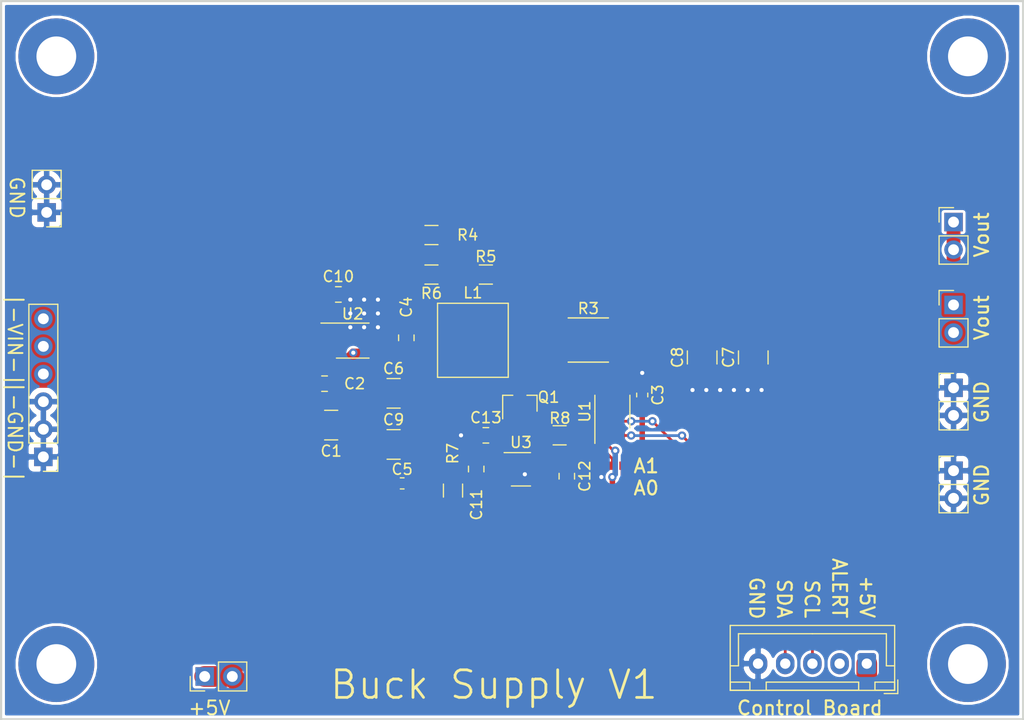
<source format=kicad_pcb>
(kicad_pcb (version 20171130) (host pcbnew "(5.1.5)-3")

  (general
    (thickness 1.6)
    (drawings 21)
    (tracks 175)
    (zones 0)
    (modules 38)
    (nets 20)
  )

  (page A4)
  (layers
    (0 F.Cu signal)
    (31 B.Cu signal)
    (32 B.Adhes user hide)
    (33 F.Adhes user hide)
    (34 B.Paste user hide)
    (35 F.Paste user hide)
    (36 B.SilkS user hide)
    (37 F.SilkS user)
    (38 B.Mask user hide)
    (39 F.Mask user hide)
    (40 Dwgs.User user hide)
    (41 Cmts.User user hide)
    (42 Eco1.User user hide)
    (43 Eco2.User user hide)
    (44 Edge.Cuts user)
    (45 Margin user hide)
    (46 B.CrtYd user hide)
    (47 F.CrtYd user)
    (48 B.Fab user hide)
    (49 F.Fab user hide)
  )

  (setup
    (last_trace_width 0.254)
    (trace_clearance 0.2032)
    (zone_clearance 0.2032)
    (zone_45_only no)
    (trace_min 0.1524)
    (via_size 0.762)
    (via_drill 0.381)
    (via_min_size 0.635)
    (via_min_drill 0.3048)
    (uvia_size 0.635)
    (uvia_drill 0.3048)
    (uvias_allowed yes)
    (uvia_min_size 0.635)
    (uvia_min_drill 0.3048)
    (edge_width 0.127)
    (segment_width 0.254)
    (pcb_text_width 0.254)
    (pcb_text_size 1.524 1.524)
    (mod_edge_width 0.2032)
    (mod_text_size 1.27 1.27)
    (mod_text_width 0.2032)
    (pad_size 6.985 6.985)
    (pad_drill 3.6576)
    (pad_to_mask_clearance 0.0508)
    (solder_mask_min_width 0.2032)
    (aux_axis_origin 0 0)
    (visible_elements 7EFDBE3F)
    (pcbplotparams
      (layerselection 0x010e0_ffffffff)
      (usegerberextensions false)
      (usegerberattributes false)
      (usegerberadvancedattributes false)
      (creategerberjobfile false)
      (excludeedgelayer true)
      (linewidth 0.100000)
      (plotframeref false)
      (viasonmask false)
      (mode 1)
      (useauxorigin false)
      (hpglpennumber 1)
      (hpglpenspeed 20)
      (hpglpendiameter 15.000000)
      (psnegative false)
      (psa4output false)
      (plotreference true)
      (plotvalue true)
      (plotinvisibletext false)
      (padsonsilk false)
      (subtractmaskfromsilk false)
      (outputformat 1)
      (mirror false)
      (drillshape 0)
      (scaleselection 1)
      (outputdirectory "PCB-Order/"))
  )

  (net 0 "")
  (net 1 GND)
  (net 2 "Net-(Q1-Pad2)")
  (net 3 -5V)
  (net 4 "Net-(C4-Pad2)")
  (net 5 +5V)
  (net 6 VOUT)
  (net 7 SCL)
  (net 8 SDA)
  (net 9 "Net-(JP1-Pad2)")
  (net 10 "Net-(JP2-Pad2)")
  (net 11 VIN)
  (net 12 "Net-(C11-Pad1)")
  (net 13 "Net-(C12-Pad2)")
  (net 14 "Net-(C12-Pad1)")
  (net 15 GNDD)
  (net 16 "Net-(C4-Pad1)")
  (net 17 "Net-(C5-Pad2)")
  (net 18 "Net-(R4-Pad2)")
  (net 19 "Net-(C10-Pad1)")

  (net_class Default "This is the default net class."
    (clearance 0.2032)
    (trace_width 0.254)
    (via_dia 0.762)
    (via_drill 0.381)
    (uvia_dia 0.635)
    (uvia_drill 0.3048)
    (diff_pair_width 2.54)
    (diff_pair_gap 2.54)
    (add_net +5V)
    (add_net -5V)
    (add_net GND)
    (add_net GNDD)
    (add_net "Net-(C10-Pad1)")
    (add_net "Net-(C11-Pad1)")
    (add_net "Net-(C12-Pad1)")
    (add_net "Net-(C12-Pad2)")
    (add_net "Net-(C4-Pad1)")
    (add_net "Net-(C4-Pad2)")
    (add_net "Net-(C5-Pad2)")
    (add_net "Net-(JP1-Pad2)")
    (add_net "Net-(JP2-Pad2)")
    (add_net "Net-(Q1-Pad2)")
    (add_net "Net-(R4-Pad2)")
    (add_net SCL)
    (add_net SDA)
    (add_net VIN)
    (add_net VOUT)
  )

  (module Package_SO:VSSOP-10_3x3mm_P0.5mm (layer F.Cu) (tedit 5D9F72B2) (tstamp 5EE061B6)
    (at 129.8702 91.0844 90)
    (descr "VSSOP, 10 Pin (http://www.ti.com/lit/ds/symlink/ads1115.pdf), generated with kicad-footprint-generator ipc_gullwing_generator.py")
    (tags "VSSOP SO")
    (path /5F1CD0A1)
    (attr smd)
    (fp_text reference U1 (at 0 -2.54 90) (layer F.SilkS)
      (effects (font (size 1 1) (thickness 0.15)))
    )
    (fp_text value INA220 (at 0 2.45 90) (layer F.Fab)
      (effects (font (size 1 1) (thickness 0.15)))
    )
    (fp_line (start 0 1.61) (end 1.5 1.61) (layer F.SilkS) (width 0.12))
    (fp_line (start 0 1.61) (end -1.5 1.61) (layer F.SilkS) (width 0.12))
    (fp_line (start 0 -1.61) (end 1.5 -1.61) (layer F.SilkS) (width 0.12))
    (fp_line (start 0 -1.61) (end -2.925 -1.61) (layer F.SilkS) (width 0.12))
    (fp_line (start -0.75 -1.5) (end 1.5 -1.5) (layer F.Fab) (width 0.1))
    (fp_line (start 1.5 -1.5) (end 1.5 1.5) (layer F.Fab) (width 0.1))
    (fp_line (start 1.5 1.5) (end -1.5 1.5) (layer F.Fab) (width 0.1))
    (fp_line (start -1.5 1.5) (end -1.5 -0.75) (layer F.Fab) (width 0.1))
    (fp_line (start -1.5 -0.75) (end -0.75 -1.5) (layer F.Fab) (width 0.1))
    (fp_line (start -3.18 -1.75) (end -3.18 1.75) (layer F.CrtYd) (width 0.05))
    (fp_line (start -3.18 1.75) (end 3.18 1.75) (layer F.CrtYd) (width 0.05))
    (fp_line (start 3.18 1.75) (end 3.18 -1.75) (layer F.CrtYd) (width 0.05))
    (fp_line (start 3.18 -1.75) (end -3.18 -1.75) (layer F.CrtYd) (width 0.05))
    (fp_text user %R (at 0 0 90) (layer F.Fab)
      (effects (font (size 0.75 0.75) (thickness 0.11)))
    )
    (pad 1 smd roundrect (at -2.2 -1 90) (size 1.45 0.3) (layers F.Cu F.Paste F.Mask) (roundrect_rratio 0.25)
      (net 9 "Net-(JP1-Pad2)"))
    (pad 2 smd roundrect (at -2.2 -0.5 90) (size 1.45 0.3) (layers F.Cu F.Paste F.Mask) (roundrect_rratio 0.25)
      (net 10 "Net-(JP2-Pad2)"))
    (pad 3 smd roundrect (at -2.2 0 90) (size 1.45 0.3) (layers F.Cu F.Paste F.Mask) (roundrect_rratio 0.25))
    (pad 4 smd roundrect (at -2.2 0.5 90) (size 1.45 0.3) (layers F.Cu F.Paste F.Mask) (roundrect_rratio 0.25)
      (net 8 SDA))
    (pad 5 smd roundrect (at -2.2 1 90) (size 1.45 0.3) (layers F.Cu F.Paste F.Mask) (roundrect_rratio 0.25)
      (net 7 SCL))
    (pad 6 smd roundrect (at 2.2 1 90) (size 1.45 0.3) (layers F.Cu F.Paste F.Mask) (roundrect_rratio 0.25)
      (net 5 +5V))
    (pad 7 smd roundrect (at 2.2 0.5 90) (size 1.45 0.3) (layers F.Cu F.Paste F.Mask) (roundrect_rratio 0.25)
      (net 1 GND))
    (pad 8 smd roundrect (at 2.2 0 90) (size 1.45 0.3) (layers F.Cu F.Paste F.Mask) (roundrect_rratio 0.25)
      (net 6 VOUT))
    (pad 9 smd roundrect (at 2.2 -0.5 90) (size 1.45 0.3) (layers F.Cu F.Paste F.Mask) (roundrect_rratio 0.25)
      (net 17 "Net-(C5-Pad2)"))
    (pad 10 smd roundrect (at 2.2 -1 90) (size 1.45 0.3) (layers F.Cu F.Paste F.Mask) (roundrect_rratio 0.25)
      (net 6 VOUT))
    (model ${KISYS3DMOD}/Package_SO.3dshapes/VSSOP-10_3x3mm_P0.5mm.wrl
      (at (xyz 0 0 0))
      (scale (xyz 1 1 1))
      (rotate (xyz 0 0 0))
    )
  )

  (module "Rays Footprints:Mount-Hole-#6" (layer F.Cu) (tedit 5EA46327) (tstamp 5EC972E6)
    (at 78.74 114.3)
    (path /5ECA813E)
    (fp_text reference MTH3 (at 0 0.5) (layer F.SilkS) hide
      (effects (font (size 1 1) (thickness 0.15)))
    )
    (fp_text value "Mount Hole" (at -2.159 -4.064) (layer F.Fab)
      (effects (font (size 1 1) (thickness 0.15)))
    )
    (fp_circle (center 0 0) (end 3.558267 0) (layer F.CrtYd) (width 0.127))
    (pad 1 thru_hole circle (at 0 0) (size 6.985 6.985) (drill 3.6576) (layers *.Cu *.Mask)
      (zone_connect 2))
    (model C:/Users/ray/OneDrive/Projects/kicad/3-3DModels/Screw-6-32-0p125.stp
      (offset (xyz 0 0 -3.25))
      (scale (xyz 1 1 1))
      (rotate (xyz 0 0 0))
    )
  )

  (module "Rays Footprints:Mount-Hole-#6" (layer F.Cu) (tedit 5ED88198) (tstamp 5EC972DA)
    (at 78.74 58.42)
    (path /5ECA813D)
    (fp_text reference MTH1 (at 0 0.5) (layer F.SilkS) hide
      (effects (font (size 1 1) (thickness 0.15)))
    )
    (fp_text value "Mount Hole" (at -2.159 -4.064) (layer F.Fab)
      (effects (font (size 1 1) (thickness 0.15)))
    )
    (fp_circle (center 0 0) (end 3.558267 0) (layer F.CrtYd) (width 0.127))
    (pad 1 thru_hole circle (at 0 0) (size 6.985 6.985) (drill 3.6576) (layers *.Cu *.Mask)
      (zone_connect 2))
    (model C:/Users/ray/OneDrive/Projects/kicad/3-3DModels/Screw-6-32-0p125.stp
      (offset (xyz 0 0 -3.25))
      (scale (xyz 1 1 1))
      (rotate (xyz 0 0 0))
    )
  )

  (module "Rays Footprints:Mount-Hole-#6" (layer F.Cu) (tedit 5EA46327) (tstamp 5EC972E0)
    (at 162.56 58.42)
    (path /5ECA813F)
    (fp_text reference MTH2 (at 0 0.5) (layer F.SilkS) hide
      (effects (font (size 1 1) (thickness 0.15)))
    )
    (fp_text value "Mount Hole" (at -2.159 -4.064) (layer F.Fab)
      (effects (font (size 1 1) (thickness 0.15)))
    )
    (fp_circle (center 0 0) (end 3.558267 0) (layer F.CrtYd) (width 0.127))
    (pad 1 thru_hole circle (at 0 0) (size 6.985 6.985) (drill 3.6576) (layers *.Cu *.Mask)
      (zone_connect 2))
    (model C:/Users/ray/OneDrive/Projects/kicad/3-3DModels/Screw-6-32-0p125.stp
      (offset (xyz 0 0 -3.25))
      (scale (xyz 1 1 1))
      (rotate (xyz 0 0 0))
    )
  )

  (module "Rays Footprints:Mount-Hole-#6" (layer F.Cu) (tedit 5EA46327) (tstamp 5ED854BA)
    (at 162.56 114.3)
    (path /5ECA8140)
    (fp_text reference MTH4 (at 0 0.5) (layer F.SilkS) hide
      (effects (font (size 1 1) (thickness 0.15)))
    )
    (fp_text value "Mount Hole" (at -2.159 -4.064) (layer F.Fab)
      (effects (font (size 1 1) (thickness 0.15)))
    )
    (fp_circle (center 0 0) (end 3.558267 0) (layer F.CrtYd) (width 0.127))
    (pad 1 thru_hole circle (at 0 0) (size 6.985 6.985) (drill 3.6576) (layers *.Cu *.Mask)
      (zone_connect 2))
    (model C:/Users/ray/OneDrive/Projects/kicad/3-3DModels/Screw-6-32-0p125.stp
      (offset (xyz 0 0 -3.25))
      (scale (xyz 1 1 1))
      (rotate (xyz 0 0 0))
    )
  )

  (module Connector_PinHeader_2.54mm:PinHeader_1x06_P2.54mm_Vertical (layer F.Cu) (tedit 59FED5CC) (tstamp 5ECE07E6)
    (at 77.5462 95.25 180)
    (descr "Through hole straight pin header, 1x06, 2.54mm pitch, single row")
    (tags "Through hole pin header THT 1x06 2.54mm single row")
    (path /5F3A352E)
    (fp_text reference TP1 (at 0 -2.33) (layer F.SilkS) hide
      (effects (font (size 1 1) (thickness 0.15)))
    )
    (fp_text value "Input Power" (at 0 15.03) (layer F.Fab)
      (effects (font (size 1 1) (thickness 0.15)))
    )
    (fp_line (start -0.635 -1.27) (end 1.27 -1.27) (layer F.Fab) (width 0.1))
    (fp_line (start 1.27 -1.27) (end 1.27 13.97) (layer F.Fab) (width 0.1))
    (fp_line (start 1.27 13.97) (end -1.27 13.97) (layer F.Fab) (width 0.1))
    (fp_line (start -1.27 13.97) (end -1.27 -0.635) (layer F.Fab) (width 0.1))
    (fp_line (start -1.27 -0.635) (end -0.635 -1.27) (layer F.Fab) (width 0.1))
    (fp_line (start -1.33 14.03) (end 1.33 14.03) (layer F.SilkS) (width 0.12))
    (fp_line (start -1.33 1.27) (end -1.33 14.03) (layer F.SilkS) (width 0.12))
    (fp_line (start 1.33 1.27) (end 1.33 14.03) (layer F.SilkS) (width 0.12))
    (fp_line (start -1.33 1.27) (end 1.33 1.27) (layer F.SilkS) (width 0.12))
    (fp_line (start -1.33 0) (end -1.33 -1.33) (layer F.SilkS) (width 0.12))
    (fp_line (start -1.33 -1.33) (end 0 -1.33) (layer F.SilkS) (width 0.12))
    (fp_line (start -1.8 -1.8) (end -1.8 14.5) (layer F.CrtYd) (width 0.05))
    (fp_line (start -1.8 14.5) (end 1.8 14.5) (layer F.CrtYd) (width 0.05))
    (fp_line (start 1.8 14.5) (end 1.8 -1.8) (layer F.CrtYd) (width 0.05))
    (fp_line (start 1.8 -1.8) (end -1.8 -1.8) (layer F.CrtYd) (width 0.05))
    (fp_text user %R (at 0 6.35 90) (layer F.Fab)
      (effects (font (size 1 1) (thickness 0.15)))
    )
    (pad 1 thru_hole rect (at 0 0 180) (size 1.7 1.7) (drill 1) (layers *.Cu *.Mask)
      (net 1 GND))
    (pad 2 thru_hole oval (at 0 2.54 180) (size 1.7 1.7) (drill 1) (layers *.Cu *.Mask)
      (net 1 GND))
    (pad 3 thru_hole oval (at 0 5.08 180) (size 1.7 1.7) (drill 1) (layers *.Cu *.Mask)
      (net 1 GND))
    (pad 4 thru_hole oval (at 0 7.62 180) (size 1.7 1.7) (drill 1) (layers *.Cu *.Mask)
      (net 11 VIN))
    (pad 5 thru_hole oval (at 0 10.16 180) (size 1.7 1.7) (drill 1) (layers *.Cu *.Mask)
      (net 11 VIN))
    (pad 6 thru_hole oval (at 0 12.7 180) (size 1.7 1.7) (drill 1) (layers *.Cu *.Mask)
      (net 11 VIN))
    (model ${KISYS3DMOD}/Connector_PinHeader_2.54mm.3dshapes/PinHeader_1x06_P2.54mm_Vertical.wrl
      (at (xyz 0 0 0))
      (scale (xyz 1 1 1))
      (rotate (xyz 0 0 0))
    )
  )

  (module Connector_JST:JST_XH_B5B-XH-A_1x05_P2.50mm_Vertical locked (layer F.Cu) (tedit 5C28146C) (tstamp 5ED92233)
    (at 153.2636 114.2619 180)
    (descr "JST XH series connector, B5B-XH-A (http://www.jst-mfg.com/product/pdf/eng/eXH.pdf), generated with kicad-footprint-generator")
    (tags "connector JST XH vertical")
    (path /5F41A16B)
    (fp_text reference TP3 (at 5 -3.55) (layer F.SilkS) hide
      (effects (font (size 1 1) (thickness 0.15)))
    )
    (fp_text value "Mount Hole" (at 5 4.6) (layer F.Fab)
      (effects (font (size 1 1) (thickness 0.15)))
    )
    (fp_line (start -2.45 -2.35) (end -2.45 3.4) (layer F.Fab) (width 0.1))
    (fp_line (start -2.45 3.4) (end 12.45 3.4) (layer F.Fab) (width 0.1))
    (fp_line (start 12.45 3.4) (end 12.45 -2.35) (layer F.Fab) (width 0.1))
    (fp_line (start 12.45 -2.35) (end -2.45 -2.35) (layer F.Fab) (width 0.1))
    (fp_line (start -2.56 -2.46) (end -2.56 3.51) (layer F.SilkS) (width 0.12))
    (fp_line (start -2.56 3.51) (end 12.56 3.51) (layer F.SilkS) (width 0.12))
    (fp_line (start 12.56 3.51) (end 12.56 -2.46) (layer F.SilkS) (width 0.12))
    (fp_line (start 12.56 -2.46) (end -2.56 -2.46) (layer F.SilkS) (width 0.12))
    (fp_line (start -2.95 -2.85) (end -2.95 3.9) (layer F.CrtYd) (width 0.05))
    (fp_line (start -2.95 3.9) (end 12.95 3.9) (layer F.CrtYd) (width 0.05))
    (fp_line (start 12.95 3.9) (end 12.95 -2.85) (layer F.CrtYd) (width 0.05))
    (fp_line (start 12.95 -2.85) (end -2.95 -2.85) (layer F.CrtYd) (width 0.05))
    (fp_line (start -0.625 -2.35) (end 0 -1.35) (layer F.Fab) (width 0.1))
    (fp_line (start 0 -1.35) (end 0.625 -2.35) (layer F.Fab) (width 0.1))
    (fp_line (start 0.75 -2.45) (end 0.75 -1.7) (layer F.SilkS) (width 0.12))
    (fp_line (start 0.75 -1.7) (end 9.25 -1.7) (layer F.SilkS) (width 0.12))
    (fp_line (start 9.25 -1.7) (end 9.25 -2.45) (layer F.SilkS) (width 0.12))
    (fp_line (start 9.25 -2.45) (end 0.75 -2.45) (layer F.SilkS) (width 0.12))
    (fp_line (start -2.55 -2.45) (end -2.55 -1.7) (layer F.SilkS) (width 0.12))
    (fp_line (start -2.55 -1.7) (end -0.75 -1.7) (layer F.SilkS) (width 0.12))
    (fp_line (start -0.75 -1.7) (end -0.75 -2.45) (layer F.SilkS) (width 0.12))
    (fp_line (start -0.75 -2.45) (end -2.55 -2.45) (layer F.SilkS) (width 0.12))
    (fp_line (start 10.75 -2.45) (end 10.75 -1.7) (layer F.SilkS) (width 0.12))
    (fp_line (start 10.75 -1.7) (end 12.55 -1.7) (layer F.SilkS) (width 0.12))
    (fp_line (start 12.55 -1.7) (end 12.55 -2.45) (layer F.SilkS) (width 0.12))
    (fp_line (start 12.55 -2.45) (end 10.75 -2.45) (layer F.SilkS) (width 0.12))
    (fp_line (start -2.55 -0.2) (end -1.8 -0.2) (layer F.SilkS) (width 0.12))
    (fp_line (start -1.8 -0.2) (end -1.8 2.75) (layer F.SilkS) (width 0.12))
    (fp_line (start -1.8 2.75) (end 5 2.75) (layer F.SilkS) (width 0.12))
    (fp_line (start 12.55 -0.2) (end 11.8 -0.2) (layer F.SilkS) (width 0.12))
    (fp_line (start 11.8 -0.2) (end 11.8 2.75) (layer F.SilkS) (width 0.12))
    (fp_line (start 11.8 2.75) (end 5 2.75) (layer F.SilkS) (width 0.12))
    (fp_line (start -1.6 -2.75) (end -2.85 -2.75) (layer F.SilkS) (width 0.12))
    (fp_line (start -2.85 -2.75) (end -2.85 -1.5) (layer F.SilkS) (width 0.12))
    (fp_text user %R (at 5 2.7) (layer F.Fab)
      (effects (font (size 1 1) (thickness 0.15)))
    )
    (pad 1 thru_hole roundrect (at 0 0 180) (size 1.7 1.95) (drill 0.95) (layers *.Cu *.Mask) (roundrect_rratio 0.147059)
      (net 5 +5V))
    (pad 2 thru_hole oval (at 2.5 0 180) (size 1.7 1.95) (drill 0.95) (layers *.Cu *.Mask))
    (pad 3 thru_hole oval (at 5 0 180) (size 1.7 1.95) (drill 0.95) (layers *.Cu *.Mask)
      (net 7 SCL))
    (pad 4 thru_hole oval (at 7.5 0 180) (size 1.7 1.95) (drill 0.95) (layers *.Cu *.Mask)
      (net 8 SDA))
    (pad 5 thru_hole oval (at 10 0 180) (size 1.7 1.95) (drill 0.95) (layers *.Cu *.Mask)
      (net 1 GND))
    (model ${KISYS3DMOD}/Connector_JST.3dshapes/JST_XH_B5B-XH-A_1x05_P2.50mm_Vertical.wrl
      (at (xyz 0 0 0))
      (scale (xyz 1 1 1))
      (rotate (xyz 0 0 0))
    )
  )

  (module Connector_PinHeader_2.54mm:PinHeader_1x02_P2.54mm_Vertical locked (layer F.Cu) (tedit 59FED5CC) (tstamp 5ED92EF3)
    (at 77.851 72.771 180)
    (descr "Through hole straight pin header, 1x02, 2.54mm pitch, single row")
    (tags "Through hole pin header THT 1x02 2.54mm single row")
    (path /5EF388A9)
    (fp_text reference TP4 (at 0 -2.33) (layer F.SilkS) hide
      (effects (font (size 1 1) (thickness 0.15)))
    )
    (fp_text value "0.1\" Header" (at 0 4.87) (layer F.Fab)
      (effects (font (size 1 1) (thickness 0.15)))
    )
    (fp_line (start -0.635 -1.27) (end 1.27 -1.27) (layer F.Fab) (width 0.1))
    (fp_line (start 1.27 -1.27) (end 1.27 3.81) (layer F.Fab) (width 0.1))
    (fp_line (start 1.27 3.81) (end -1.27 3.81) (layer F.Fab) (width 0.1))
    (fp_line (start -1.27 3.81) (end -1.27 -0.635) (layer F.Fab) (width 0.1))
    (fp_line (start -1.27 -0.635) (end -0.635 -1.27) (layer F.Fab) (width 0.1))
    (fp_line (start -1.33 3.87) (end 1.33 3.87) (layer F.SilkS) (width 0.12))
    (fp_line (start -1.33 1.27) (end -1.33 3.87) (layer F.SilkS) (width 0.12))
    (fp_line (start 1.33 1.27) (end 1.33 3.87) (layer F.SilkS) (width 0.12))
    (fp_line (start -1.33 1.27) (end 1.33 1.27) (layer F.SilkS) (width 0.12))
    (fp_line (start -1.33 0) (end -1.33 -1.33) (layer F.SilkS) (width 0.12))
    (fp_line (start -1.33 -1.33) (end 0 -1.33) (layer F.SilkS) (width 0.12))
    (fp_line (start -1.8 -1.8) (end -1.8 4.35) (layer F.CrtYd) (width 0.05))
    (fp_line (start -1.8 4.35) (end 1.8 4.35) (layer F.CrtYd) (width 0.05))
    (fp_line (start 1.8 4.35) (end 1.8 -1.8) (layer F.CrtYd) (width 0.05))
    (fp_line (start 1.8 -1.8) (end -1.8 -1.8) (layer F.CrtYd) (width 0.05))
    (fp_text user %R (at 0 1.27 90) (layer F.Fab)
      (effects (font (size 1 1) (thickness 0.15)))
    )
    (pad 1 thru_hole rect (at 0 0 180) (size 1.7 1.7) (drill 1) (layers *.Cu *.Mask)
      (net 1 GND))
    (pad 2 thru_hole oval (at 0 2.54 180) (size 1.7 1.7) (drill 1) (layers *.Cu *.Mask)
      (net 1 GND))
    (model ${KISYS3DMOD}/Connector_PinHeader_2.54mm.3dshapes/PinHeader_1x02_P2.54mm_Vertical.wrl
      (at (xyz 0 0 0))
      (scale (xyz 1 1 1))
      (rotate (xyz 0 0 0))
    )
  )

  (module Connector_PinHeader_2.54mm:PinHeader_1x02_P2.54mm_Vertical locked (layer F.Cu) (tedit 59FED5CC) (tstamp 5ED92F09)
    (at 92.3798 115.443 90)
    (descr "Through hole straight pin header, 1x02, 2.54mm pitch, single row")
    (tags "Through hole pin header THT 1x02 2.54mm single row")
    (path /5EF5081B)
    (fp_text reference TP5 (at 0 -2.33 90) (layer F.SilkS) hide
      (effects (font (size 1 1) (thickness 0.15)))
    )
    (fp_text value "0.1\" Header" (at 0 4.87 90) (layer F.Fab)
      (effects (font (size 1 1) (thickness 0.15)))
    )
    (fp_text user %R (at 0 1.27) (layer F.Fab)
      (effects (font (size 1 1) (thickness 0.15)))
    )
    (fp_line (start 1.8 -1.8) (end -1.8 -1.8) (layer F.CrtYd) (width 0.05))
    (fp_line (start 1.8 4.35) (end 1.8 -1.8) (layer F.CrtYd) (width 0.05))
    (fp_line (start -1.8 4.35) (end 1.8 4.35) (layer F.CrtYd) (width 0.05))
    (fp_line (start -1.8 -1.8) (end -1.8 4.35) (layer F.CrtYd) (width 0.05))
    (fp_line (start -1.33 -1.33) (end 0 -1.33) (layer F.SilkS) (width 0.12))
    (fp_line (start -1.33 0) (end -1.33 -1.33) (layer F.SilkS) (width 0.12))
    (fp_line (start -1.33 1.27) (end 1.33 1.27) (layer F.SilkS) (width 0.12))
    (fp_line (start 1.33 1.27) (end 1.33 3.87) (layer F.SilkS) (width 0.12))
    (fp_line (start -1.33 1.27) (end -1.33 3.87) (layer F.SilkS) (width 0.12))
    (fp_line (start -1.33 3.87) (end 1.33 3.87) (layer F.SilkS) (width 0.12))
    (fp_line (start -1.27 -0.635) (end -0.635 -1.27) (layer F.Fab) (width 0.1))
    (fp_line (start -1.27 3.81) (end -1.27 -0.635) (layer F.Fab) (width 0.1))
    (fp_line (start 1.27 3.81) (end -1.27 3.81) (layer F.Fab) (width 0.1))
    (fp_line (start 1.27 -1.27) (end 1.27 3.81) (layer F.Fab) (width 0.1))
    (fp_line (start -0.635 -1.27) (end 1.27 -1.27) (layer F.Fab) (width 0.1))
    (pad 2 thru_hole oval (at 0 2.54 90) (size 1.7 1.7) (drill 1) (layers *.Cu *.Mask)
      (net 5 +5V))
    (pad 1 thru_hole rect (at 0 0 90) (size 1.7 1.7) (drill 1) (layers *.Cu *.Mask)
      (net 5 +5V))
    (model ${KISYS3DMOD}/Connector_PinHeader_2.54mm.3dshapes/PinHeader_1x02_P2.54mm_Vertical.wrl
      (at (xyz 0 0 0))
      (scale (xyz 1 1 1))
      (rotate (xyz 0 0 0))
    )
  )

  (module "Rays Footprints:C_0603_HandSoldering" (layer F.Cu) (tedit 5E952776) (tstamp 5EDF8392)
    (at 132.6134 89.5604 270)
    (descr "Capacitor SMD 0603 (1608 Metric), square (rectangular) end terminal, IPC_7351 nominal with elongated pad for handsoldering. (Body size source: http://www.tortai-tech.com/upload/download/2011102023233369053.pdf), generated with kicad-footprint-generator")
    (tags "capacitor handsolder")
    (path /5F1CD07E)
    (attr smd)
    (fp_text reference C3 (at 0 -1.43 90) (layer F.SilkS)
      (effects (font (size 1 1) (thickness 0.15)))
    )
    (fp_text value 0.1u (at 0 1.43 90) (layer F.Fab)
      (effects (font (size 1 1) (thickness 0.15)))
    )
    (fp_line (start -0.8 0.4) (end -0.8 -0.4) (layer F.Fab) (width 0.1))
    (fp_line (start -0.8 -0.4) (end 0.8 -0.4) (layer F.Fab) (width 0.1))
    (fp_line (start 0.8 -0.4) (end 0.8 0.4) (layer F.Fab) (width 0.1))
    (fp_line (start 0.8 0.4) (end -0.8 0.4) (layer F.Fab) (width 0.1))
    (fp_line (start -0.171267 -0.51) (end 0.171267 -0.51) (layer F.SilkS) (width 0.12))
    (fp_line (start -0.171267 0.51) (end 0.171267 0.51) (layer F.SilkS) (width 0.12))
    (fp_line (start -1.65 0.73) (end -1.65 -0.73) (layer F.CrtYd) (width 0.05))
    (fp_line (start -1.65 -0.73) (end 1.65 -0.73) (layer F.CrtYd) (width 0.05))
    (fp_line (start 1.65 -0.73) (end 1.65 0.73) (layer F.CrtYd) (width 0.05))
    (fp_line (start 1.65 0.73) (end -1.65 0.73) (layer F.CrtYd) (width 0.05))
    (fp_text user %R (at 0 0 90) (layer F.Fab)
      (effects (font (size 0.4 0.4) (thickness 0.06)))
    )
    (pad 1 smd roundrect (at -0.875 0 270) (size 1.05 0.95) (layers F.Cu F.Paste F.Mask) (roundrect_rratio 0.25)
      (net 1 GND))
    (pad 2 smd roundrect (at 0.875 0 270) (size 1.05 0.95) (layers F.Cu F.Paste F.Mask) (roundrect_rratio 0.25)
      (net 5 +5V))
    (model ${KICAD_USER_LIB_DIR}/3-3DModels/C_0603.step
      (at (xyz 0 0 0))
      (scale (xyz 1 1 1))
      (rotate (xyz 0 0 0))
    )
  )

  (module "Rays Footprints:C_0603_HandSoldering" (layer F.Cu) (tedit 5E952776) (tstamp 5EDE962F)
    (at 110.5408 97.6884)
    (descr "Capacitor SMD 0603 (1608 Metric), square (rectangular) end terminal, IPC_7351 nominal with elongated pad for handsoldering. (Body size source: http://www.tortai-tech.com/upload/download/2011102023233369053.pdf), generated with kicad-footprint-generator")
    (tags "capacitor handsolder")
    (path /5F319777)
    (attr smd)
    (fp_text reference C5 (at 0 -1.2954) (layer F.SilkS)
      (effects (font (size 1 1) (thickness 0.15)))
    )
    (fp_text value 0.1u (at 0 1.43) (layer F.Fab)
      (effects (font (size 1 1) (thickness 0.15)))
    )
    (fp_line (start -0.8 0.4) (end -0.8 -0.4) (layer F.Fab) (width 0.1))
    (fp_line (start -0.8 -0.4) (end 0.8 -0.4) (layer F.Fab) (width 0.1))
    (fp_line (start 0.8 -0.4) (end 0.8 0.4) (layer F.Fab) (width 0.1))
    (fp_line (start 0.8 0.4) (end -0.8 0.4) (layer F.Fab) (width 0.1))
    (fp_line (start -0.171267 -0.51) (end 0.171267 -0.51) (layer F.SilkS) (width 0.12))
    (fp_line (start -0.171267 0.51) (end 0.171267 0.51) (layer F.SilkS) (width 0.12))
    (fp_line (start -1.65 0.73) (end -1.65 -0.73) (layer F.CrtYd) (width 0.05))
    (fp_line (start -1.65 -0.73) (end 1.65 -0.73) (layer F.CrtYd) (width 0.05))
    (fp_line (start 1.65 -0.73) (end 1.65 0.73) (layer F.CrtYd) (width 0.05))
    (fp_line (start 1.65 0.73) (end -1.65 0.73) (layer F.CrtYd) (width 0.05))
    (fp_text user %R (at 0 0) (layer F.Fab)
      (effects (font (size 0.4 0.4) (thickness 0.06)))
    )
    (pad 1 smd roundrect (at -0.875 0) (size 1.05 0.95) (layers F.Cu F.Paste F.Mask) (roundrect_rratio 0.25)
      (net 15 GNDD))
    (pad 2 smd roundrect (at 0.875 0) (size 1.05 0.95) (layers F.Cu F.Paste F.Mask) (roundrect_rratio 0.25)
      (net 17 "Net-(C5-Pad2)"))
    (model ${KICAD_USER_LIB_DIR}/3-3DModels/C_0603.step
      (at (xyz 0 0 0))
      (scale (xyz 1 1 1))
      (rotate (xyz 0 0 0))
    )
  )

  (module "Rays Footprints:C_0805_HandSoldering" (layer F.Cu) (tedit 5E992383) (tstamp 5EDE9695)
    (at 117.348 96.3676 90)
    (descr "Capacitor SMD 0805 (2012 Metric), square (rectangular) end terminal, IPC_7351 nominal with elongated pad for handsoldering. (Body size source: https://docs.google.com/spreadsheets/d/1BsfQQcO9C6DZCsRaXUlFlo91Tg2WpOkGARC1WS5S8t0/edit?usp=sharing), generated with kicad-footprint-generator")
    (tags "capacitor handsolder")
    (path /5F072A4C)
    (attr smd)
    (fp_text reference C11 (at -3.2766 0.0254 90) (layer F.SilkS)
      (effects (font (size 1 1) (thickness 0.15)))
    )
    (fp_text value 0.1u (at 0 1.65 90) (layer F.Fab)
      (effects (font (size 1 1) (thickness 0.15)))
    )
    (fp_line (start -1 0.6) (end -1 -0.6) (layer F.Fab) (width 0.1))
    (fp_line (start -1 -0.6) (end 1 -0.6) (layer F.Fab) (width 0.1))
    (fp_line (start 1 -0.6) (end 1 0.6) (layer F.Fab) (width 0.1))
    (fp_line (start 1 0.6) (end -1 0.6) (layer F.Fab) (width 0.1))
    (fp_line (start -0.261252 -0.71) (end 0.261252 -0.71) (layer F.SilkS) (width 0.12))
    (fp_line (start -0.261252 0.71) (end 0.261252 0.71) (layer F.SilkS) (width 0.12))
    (fp_line (start -1.85 0.95) (end -1.85 -0.95) (layer F.CrtYd) (width 0.05))
    (fp_line (start -1.85 -0.95) (end 1.85 -0.95) (layer F.CrtYd) (width 0.05))
    (fp_line (start 1.85 -0.95) (end 1.85 0.95) (layer F.CrtYd) (width 0.05))
    (fp_line (start 1.85 0.95) (end -1.85 0.95) (layer F.CrtYd) (width 0.05))
    (fp_text user %R (at 0 0 90) (layer F.Fab)
      (effects (font (size 0.5 0.5) (thickness 0.08)))
    )
    (pad 1 smd roundrect (at -1.025 0 90) (size 1.15 1.4) (layers F.Cu F.Paste F.Mask) (roundrect_rratio 0.217)
      (net 12 "Net-(C11-Pad1)"))
    (pad 2 smd roundrect (at 1.025 0 90) (size 1.15 1.4) (layers F.Cu F.Paste F.Mask) (roundrect_rratio 0.217)
      (net 1 GND))
    (model ${KICAD_USER_LIB_DIR}/3-3DModels/C_0805.step
      (at (xyz 0 0 0))
      (scale (xyz 1 1 1))
      (rotate (xyz 0 0 0))
    )
  )

  (module "Rays Footprints:C_0805_HandSoldering" (layer F.Cu) (tedit 5E992383) (tstamp 5EDE96A6)
    (at 125.6792 97.028 270)
    (descr "Capacitor SMD 0805 (2012 Metric), square (rectangular) end terminal, IPC_7351 nominal with elongated pad for handsoldering. (Body size source: https://docs.google.com/spreadsheets/d/1BsfQQcO9C6DZCsRaXUlFlo91Tg2WpOkGARC1WS5S8t0/edit?usp=sharing), generated with kicad-footprint-generator")
    (tags "capacitor handsolder")
    (path /5F072A07)
    (attr smd)
    (fp_text reference C12 (at 0 -1.65 90) (layer F.SilkS)
      (effects (font (size 1 1) (thickness 0.15)))
    )
    (fp_text value 1u/15V (at 0 1.65 90) (layer F.Fab)
      (effects (font (size 1 1) (thickness 0.15)))
    )
    (fp_text user %R (at 0 0 90) (layer F.Fab)
      (effects (font (size 0.5 0.5) (thickness 0.08)))
    )
    (fp_line (start 1.85 0.95) (end -1.85 0.95) (layer F.CrtYd) (width 0.05))
    (fp_line (start 1.85 -0.95) (end 1.85 0.95) (layer F.CrtYd) (width 0.05))
    (fp_line (start -1.85 -0.95) (end 1.85 -0.95) (layer F.CrtYd) (width 0.05))
    (fp_line (start -1.85 0.95) (end -1.85 -0.95) (layer F.CrtYd) (width 0.05))
    (fp_line (start -0.261252 0.71) (end 0.261252 0.71) (layer F.SilkS) (width 0.12))
    (fp_line (start -0.261252 -0.71) (end 0.261252 -0.71) (layer F.SilkS) (width 0.12))
    (fp_line (start 1 0.6) (end -1 0.6) (layer F.Fab) (width 0.1))
    (fp_line (start 1 -0.6) (end 1 0.6) (layer F.Fab) (width 0.1))
    (fp_line (start -1 -0.6) (end 1 -0.6) (layer F.Fab) (width 0.1))
    (fp_line (start -1 0.6) (end -1 -0.6) (layer F.Fab) (width 0.1))
    (pad 2 smd roundrect (at 1.025 0 270) (size 1.15 1.4) (layers F.Cu F.Paste F.Mask) (roundrect_rratio 0.217)
      (net 13 "Net-(C12-Pad2)"))
    (pad 1 smd roundrect (at -1.025 0 270) (size 1.15 1.4) (layers F.Cu F.Paste F.Mask) (roundrect_rratio 0.217)
      (net 14 "Net-(C12-Pad1)"))
    (model ${KICAD_USER_LIB_DIR}/3-3DModels/C_0805.step
      (at (xyz 0 0 0))
      (scale (xyz 1 1 1))
      (rotate (xyz 0 0 0))
    )
  )

  (module "Rays Footprints:C_0805_HandSoldering" (layer F.Cu) (tedit 5E992383) (tstamp 5EDE96B7)
    (at 118.237 93.2688 180)
    (descr "Capacitor SMD 0805 (2012 Metric), square (rectangular) end terminal, IPC_7351 nominal with elongated pad for handsoldering. (Body size source: https://docs.google.com/spreadsheets/d/1BsfQQcO9C6DZCsRaXUlFlo91Tg2WpOkGARC1WS5S8t0/edit?usp=sharing), generated with kicad-footprint-generator")
    (tags "capacitor handsolder")
    (path /5F072A14)
    (attr smd)
    (fp_text reference C13 (at 0 1.6256) (layer F.SilkS)
      (effects (font (size 1 1) (thickness 0.15)))
    )
    (fp_text value 1u/15V (at 0 1.65) (layer F.Fab)
      (effects (font (size 1 1) (thickness 0.15)))
    )
    (fp_line (start -1 0.6) (end -1 -0.6) (layer F.Fab) (width 0.1))
    (fp_line (start -1 -0.6) (end 1 -0.6) (layer F.Fab) (width 0.1))
    (fp_line (start 1 -0.6) (end 1 0.6) (layer F.Fab) (width 0.1))
    (fp_line (start 1 0.6) (end -1 0.6) (layer F.Fab) (width 0.1))
    (fp_line (start -0.261252 -0.71) (end 0.261252 -0.71) (layer F.SilkS) (width 0.12))
    (fp_line (start -0.261252 0.71) (end 0.261252 0.71) (layer F.SilkS) (width 0.12))
    (fp_line (start -1.85 0.95) (end -1.85 -0.95) (layer F.CrtYd) (width 0.05))
    (fp_line (start -1.85 -0.95) (end 1.85 -0.95) (layer F.CrtYd) (width 0.05))
    (fp_line (start 1.85 -0.95) (end 1.85 0.95) (layer F.CrtYd) (width 0.05))
    (fp_line (start 1.85 0.95) (end -1.85 0.95) (layer F.CrtYd) (width 0.05))
    (fp_text user %R (at 0 0) (layer F.Fab)
      (effects (font (size 0.5 0.5) (thickness 0.08)))
    )
    (pad 1 smd roundrect (at -1.025 0 180) (size 1.15 1.4) (layers F.Cu F.Paste F.Mask) (roundrect_rratio 0.217)
      (net 3 -5V))
    (pad 2 smd roundrect (at 1.025 0 180) (size 1.15 1.4) (layers F.Cu F.Paste F.Mask) (roundrect_rratio 0.217)
      (net 1 GND))
    (model ${KICAD_USER_LIB_DIR}/3-3DModels/C_0805.step
      (at (xyz 0 0 0))
      (scale (xyz 1 1 1))
      (rotate (xyz 0 0 0))
    )
  )

  (module "Rays Footprints:SolderJumper_3_Pad" (layer F.Cu) (tedit 5EDD9B67) (tstamp 5EDF8346)
    (at 129.8702 96.0628 180)
    (path /5F1CD0BE)
    (fp_text reference JP1 (at 3.681005 -0.185913) (layer F.SilkS) hide
      (effects (font (size 1 1) (thickness 0.15)))
    )
    (fp_text value Jumper (at 0.254 2.032) (layer F.Fab)
      (effects (font (size 1 1) (thickness 0.15)))
    )
    (fp_poly (pts (xy -0.3604 0.3302) (xy -0.6604 0.3302) (xy -0.6604 -0.3302) (xy -0.3604 -0.3302)) (layer F.Mask) (width 0.1))
    (fp_poly (pts (xy 0.658 0.3302) (xy 0.358 0.3302) (xy 0.358 -0.3302) (xy 0.658 -0.3302)) (layer F.Mask) (width 0.1))
    (fp_line (start -1.524 -0.508) (end 1.524 -0.508) (layer F.CrtYd) (width 0.0254))
    (fp_line (start 1.524 -0.508) (end 1.524 0.508) (layer F.CrtYd) (width 0.0254))
    (fp_line (start 1.524 0.508) (end -1.524 0.508) (layer F.CrtYd) (width 0.0254))
    (fp_line (start -1.524 0.508) (end -1.524 -0.508) (layer F.CrtYd) (width 0.0254))
    (pad 1 smd rect (at -1.016 0 180) (size 0.762 0.762) (layers F.Cu F.Paste F.Mask)
      (net 5 +5V))
    (pad 2 smd rect (at 0 0 180) (size 0.8636 0.762) (layers F.Cu F.Paste F.Mask)
      (net 9 "Net-(JP1-Pad2)"))
    (pad 3 smd rect (at 1.016 0 180) (size 0.762 0.762) (layers F.Cu F.Paste F.Mask)
      (net 1 GND))
  )

  (module "Rays Footprints:SolderJumper_3_Pad" (layer F.Cu) (tedit 5EDD9B67) (tstamp 5EDF836A)
    (at 129.8702 98.0948 180)
    (path /5F1CD0C8)
    (fp_text reference JP2 (at 3.681005 -0.185913) (layer F.SilkS) hide
      (effects (font (size 1 1) (thickness 0.15)))
    )
    (fp_text value Jumper (at 0.254 2.032) (layer F.Fab)
      (effects (font (size 1 1) (thickness 0.15)))
    )
    (fp_line (start -1.524 0.508) (end -1.524 -0.508) (layer F.CrtYd) (width 0.0254))
    (fp_line (start 1.524 0.508) (end -1.524 0.508) (layer F.CrtYd) (width 0.0254))
    (fp_line (start 1.524 -0.508) (end 1.524 0.508) (layer F.CrtYd) (width 0.0254))
    (fp_line (start -1.524 -0.508) (end 1.524 -0.508) (layer F.CrtYd) (width 0.0254))
    (fp_poly (pts (xy 0.658 0.3302) (xy 0.358 0.3302) (xy 0.358 -0.3302) (xy 0.658 -0.3302)) (layer F.Mask) (width 0.1))
    (fp_poly (pts (xy -0.3604 0.3302) (xy -0.6604 0.3302) (xy -0.6604 -0.3302) (xy -0.3604 -0.3302)) (layer F.Mask) (width 0.1))
    (pad 3 smd rect (at 1.016 0 180) (size 0.762 0.762) (layers F.Cu F.Paste F.Mask)
      (net 1 GND))
    (pad 2 smd rect (at 0 0 180) (size 0.8636 0.762) (layers F.Cu F.Paste F.Mask)
      (net 10 "Net-(JP2-Pad2)"))
    (pad 1 smd rect (at -1.016 0 180) (size 0.762 0.762) (layers F.Cu F.Paste F.Mask)
      (net 5 +5V))
  )

  (module Package_TO_SOT_SMD:SOT-23 (layer F.Cu) (tedit 5A02FF57) (tstamp 5EDE970A)
    (at 121.3612 90.3478 90)
    (descr "SOT-23, Standard")
    (tags SOT-23)
    (path /5F072A2A)
    (attr smd)
    (fp_text reference Q1 (at 0.5842 2.6416 180) (layer F.SilkS)
      (effects (font (size 1 1) (thickness 0.15)))
    )
    (fp_text value Q_NPN_BCE (at 0 2.5 90) (layer F.Fab)
      (effects (font (size 1 1) (thickness 0.15)))
    )
    (fp_text user %R (at 0 0) (layer F.Fab)
      (effects (font (size 0.5 0.5) (thickness 0.075)))
    )
    (fp_line (start -0.7 -0.95) (end -0.7 1.5) (layer F.Fab) (width 0.1))
    (fp_line (start -0.15 -1.52) (end 0.7 -1.52) (layer F.Fab) (width 0.1))
    (fp_line (start -0.7 -0.95) (end -0.15 -1.52) (layer F.Fab) (width 0.1))
    (fp_line (start 0.7 -1.52) (end 0.7 1.52) (layer F.Fab) (width 0.1))
    (fp_line (start -0.7 1.52) (end 0.7 1.52) (layer F.Fab) (width 0.1))
    (fp_line (start 0.76 1.58) (end 0.76 0.65) (layer F.SilkS) (width 0.12))
    (fp_line (start 0.76 -1.58) (end 0.76 -0.65) (layer F.SilkS) (width 0.12))
    (fp_line (start -1.7 -1.75) (end 1.7 -1.75) (layer F.CrtYd) (width 0.05))
    (fp_line (start 1.7 -1.75) (end 1.7 1.75) (layer F.CrtYd) (width 0.05))
    (fp_line (start 1.7 1.75) (end -1.7 1.75) (layer F.CrtYd) (width 0.05))
    (fp_line (start -1.7 1.75) (end -1.7 -1.75) (layer F.CrtYd) (width 0.05))
    (fp_line (start 0.76 -1.58) (end -1.4 -1.58) (layer F.SilkS) (width 0.12))
    (fp_line (start 0.76 1.58) (end -0.7 1.58) (layer F.SilkS) (width 0.12))
    (pad 1 smd rect (at -1 -0.95 90) (size 0.9 0.8) (layers F.Cu F.Paste F.Mask)
      (net 1 GND))
    (pad 2 smd rect (at -1 0.95 90) (size 0.9 0.8) (layers F.Cu F.Paste F.Mask)
      (net 2 "Net-(Q1-Pad2)"))
    (pad 3 smd rect (at 1 0 90) (size 0.9 0.8) (layers F.Cu F.Paste F.Mask))
    (model ${KISYS3DMOD}/Package_TO_SOT_SMD.3dshapes/SOT-23.wrl
      (at (xyz 0 0 0))
      (scale (xyz 1 1 1))
      (rotate (xyz 0 0 0))
    )
  )

  (module "Rays Footprints:R_2512_HandSoldering" (layer F.Cu) (tedit 5EA4820A) (tstamp 5EDE973C)
    (at 127.6572 84.5058 180)
    (path /5F11FDFF)
    (fp_text reference R3 (at -0.0032 2.8956 180) (layer F.SilkS)
      (effects (font (size 1 1) (thickness 0.15)))
    )
    (fp_text value 0.1 (at 0.0254 3.1496 180) (layer F.Fab)
      (effects (font (size 1 1) (thickness 0.15)))
    )
    (fp_line (start -4.55 2.1082) (end -4.55 -2.1082) (layer F.CrtYd) (width 0.12))
    (fp_line (start 4.5 2.1082) (end -4.55 2.1082) (layer F.CrtYd) (width 0.12))
    (fp_line (start 4.5 -2.1082) (end 4.5 2.1082) (layer F.CrtYd) (width 0.12))
    (fp_line (start -4.55 -2.1082) (end 4.5 -2.1082) (layer F.CrtYd) (width 0.12))
    (fp_line (start -3.2512 1.651) (end -3.2512 -1.651) (layer F.Fab) (width 0.12))
    (fp_line (start 3.2512 1.651) (end -3.2512 1.651) (layer F.Fab) (width 0.12))
    (fp_line (start 3.2512 -1.651) (end 3.2512 1.651) (layer F.Fab) (width 0.12))
    (fp_line (start -3.2512 -1.651) (end 3.2512 -1.651) (layer F.Fab) (width 0.12))
    (fp_line (start -1.85 2.032) (end 1.85 2.032) (layer F.SilkS) (width 0.127))
    (fp_line (start -1.85 -2.032) (end 1.85 -2.032) (layer F.SilkS) (width 0.127))
    (pad 2 smd rect (at 3.375 0 180) (size 2 3.5) (layers F.Cu F.Paste F.Mask)
      (net 17 "Net-(C5-Pad2)"))
    (pad 1 smd rect (at -3.375 0 180) (size 2 3.5) (layers F.Cu F.Paste F.Mask)
      (net 6 VOUT))
    (model ${KICAD_USER_LIB_DIR}/3-3DModels/R_2512.step
      (at (xyz 0 0 0))
      (scale (xyz 1 1 1))
      (rotate (xyz 0 0 0))
    )
  )

  (module "Rays Footprints:R_0805_HandSoldering" (layer F.Cu) (tedit 5EA461E6) (tstamp 5EDE975E)
    (at 118.237 78.486)
    (descr "Resistor SMD 0805, hand soldering")
    (tags "resistor 0805")
    (path /5EF2A117)
    (attr smd)
    (fp_text reference R5 (at 0 -1.651) (layer F.SilkS)
      (effects (font (size 1 1) (thickness 0.15)))
    )
    (fp_text value 0 (at 0 1.75) (layer F.Fab)
      (effects (font (size 1 1) (thickness 0.15)))
    )
    (fp_line (start 2.35 0.9) (end -2.35 0.9) (layer F.CrtYd) (width 0.05))
    (fp_line (start 2.35 0.9) (end 2.35 -0.9) (layer F.CrtYd) (width 0.05))
    (fp_line (start -2.35 -0.9) (end -2.35 0.9) (layer F.CrtYd) (width 0.05))
    (fp_line (start -2.35 -0.9) (end 2.35 -0.9) (layer F.CrtYd) (width 0.05))
    (fp_line (start -0.6 -0.88) (end 0.6 -0.88) (layer F.SilkS) (width 0.12))
    (fp_line (start 0.6 0.88) (end -0.6 0.88) (layer F.SilkS) (width 0.12))
    (fp_line (start -1 -0.62) (end 1 -0.62) (layer F.Fab) (width 0.1))
    (fp_line (start 1 -0.62) (end 1 0.62) (layer F.Fab) (width 0.1))
    (fp_line (start 1 0.62) (end -1 0.62) (layer F.Fab) (width 0.1))
    (fp_line (start -1 0.62) (end -1 -0.62) (layer F.Fab) (width 0.1))
    (fp_text user %R (at 0 0) (layer F.Fab)
      (effects (font (size 0.5 0.5) (thickness 0.075)))
    )
    (pad 2 smd rect (at 1.15 0) (size 1.3 1.3) (layers F.Cu F.Paste F.Mask)
      (net 17 "Net-(C5-Pad2)"))
    (pad 1 smd rect (at -1.15 0) (size 1.3 1.3) (layers F.Cu F.Paste F.Mask)
      (net 18 "Net-(R4-Pad2)"))
    (model ${KICAD_USER_LIB_DIR}/3-3DModels/R_0805.step
      (at (xyz 0 0 0))
      (scale (xyz 1 1 1))
      (rotate (xyz 0 0 0))
    )
  )

  (module "Rays Footprints:R_0805_HandSoldering" (layer F.Cu) (tedit 5EA461E6) (tstamp 5EDE976F)
    (at 113.2332 78.486)
    (descr "Resistor SMD 0805, hand soldering")
    (tags "resistor 0805")
    (path /5EF2ABE7)
    (attr smd)
    (fp_text reference R6 (at 0 1.7272) (layer F.SilkS)
      (effects (font (size 1 1) (thickness 0.15)))
    )
    (fp_text value 0 (at 0 1.75) (layer F.Fab)
      (effects (font (size 1 1) (thickness 0.15)))
    )
    (fp_text user %R (at 0 0) (layer F.Fab)
      (effects (font (size 0.5 0.5) (thickness 0.075)))
    )
    (fp_line (start -1 0.62) (end -1 -0.62) (layer F.Fab) (width 0.1))
    (fp_line (start 1 0.62) (end -1 0.62) (layer F.Fab) (width 0.1))
    (fp_line (start 1 -0.62) (end 1 0.62) (layer F.Fab) (width 0.1))
    (fp_line (start -1 -0.62) (end 1 -0.62) (layer F.Fab) (width 0.1))
    (fp_line (start 0.6 0.88) (end -0.6 0.88) (layer F.SilkS) (width 0.12))
    (fp_line (start -0.6 -0.88) (end 0.6 -0.88) (layer F.SilkS) (width 0.12))
    (fp_line (start -2.35 -0.9) (end 2.35 -0.9) (layer F.CrtYd) (width 0.05))
    (fp_line (start -2.35 -0.9) (end -2.35 0.9) (layer F.CrtYd) (width 0.05))
    (fp_line (start 2.35 0.9) (end 2.35 -0.9) (layer F.CrtYd) (width 0.05))
    (fp_line (start 2.35 0.9) (end -2.35 0.9) (layer F.CrtYd) (width 0.05))
    (pad 1 smd rect (at -1.15 0) (size 1.3 1.3) (layers F.Cu F.Paste F.Mask)
      (net 1 GND))
    (pad 2 smd rect (at 1.15 0) (size 1.3 1.3) (layers F.Cu F.Paste F.Mask)
      (net 18 "Net-(R4-Pad2)"))
    (model ${KICAD_USER_LIB_DIR}/3-3DModels/R_0805.step
      (at (xyz 0 0 0))
      (scale (xyz 1 1 1))
      (rotate (xyz 0 0 0))
    )
  )

  (module "Rays Footprints:R_0805_HandSoldering" (layer F.Cu) (tedit 5EA461E6) (tstamp 5EDE9780)
    (at 115.2144 98.3488 270)
    (descr "Resistor SMD 0805, hand soldering")
    (tags "resistor 0805")
    (path /5F072A65)
    (attr smd)
    (fp_text reference R7 (at -3.4036 0.0254 90) (layer F.SilkS)
      (effects (font (size 1 1) (thickness 0.15)))
    )
    (fp_text value 0 (at 0 1.75 90) (layer F.Fab)
      (effects (font (size 1 1) (thickness 0.15)))
    )
    (fp_line (start 2.35 0.9) (end -2.35 0.9) (layer F.CrtYd) (width 0.05))
    (fp_line (start 2.35 0.9) (end 2.35 -0.9) (layer F.CrtYd) (width 0.05))
    (fp_line (start -2.35 -0.9) (end -2.35 0.9) (layer F.CrtYd) (width 0.05))
    (fp_line (start -2.35 -0.9) (end 2.35 -0.9) (layer F.CrtYd) (width 0.05))
    (fp_line (start -0.6 -0.88) (end 0.6 -0.88) (layer F.SilkS) (width 0.12))
    (fp_line (start 0.6 0.88) (end -0.6 0.88) (layer F.SilkS) (width 0.12))
    (fp_line (start -1 -0.62) (end 1 -0.62) (layer F.Fab) (width 0.1))
    (fp_line (start 1 -0.62) (end 1 0.62) (layer F.Fab) (width 0.1))
    (fp_line (start 1 0.62) (end -1 0.62) (layer F.Fab) (width 0.1))
    (fp_line (start -1 0.62) (end -1 -0.62) (layer F.Fab) (width 0.1))
    (fp_text user %R (at 0 0 90) (layer F.Fab)
      (effects (font (size 0.5 0.5) (thickness 0.075)))
    )
    (pad 2 smd rect (at 1.15 0 270) (size 1.3 1.3) (layers F.Cu F.Paste F.Mask)
      (net 5 +5V))
    (pad 1 smd rect (at -1.15 0 270) (size 1.3 1.3) (layers F.Cu F.Paste F.Mask)
      (net 12 "Net-(C11-Pad1)"))
    (model ${KICAD_USER_LIB_DIR}/3-3DModels/R_0805.step
      (at (xyz 0 0 0))
      (scale (xyz 1 1 1))
      (rotate (xyz 0 0 0))
    )
  )

  (module "Rays Footprints:R_0805_HandSoldering" (layer F.Cu) (tedit 5EA461E6) (tstamp 5EDE9791)
    (at 125.0188 93.2688 180)
    (descr "Resistor SMD 0805, hand soldering")
    (tags "resistor 0805")
    (path /5F072A3F)
    (attr smd)
    (fp_text reference R8 (at -0.0254 1.5748) (layer F.SilkS)
      (effects (font (size 1 1) (thickness 0.15)))
    )
    (fp_text value DNP (at 0 1.75) (layer F.Fab)
      (effects (font (size 1 1) (thickness 0.15)))
    )
    (fp_text user %R (at 0 0) (layer F.Fab)
      (effects (font (size 0.5 0.5) (thickness 0.075)))
    )
    (fp_line (start -1 0.62) (end -1 -0.62) (layer F.Fab) (width 0.1))
    (fp_line (start 1 0.62) (end -1 0.62) (layer F.Fab) (width 0.1))
    (fp_line (start 1 -0.62) (end 1 0.62) (layer F.Fab) (width 0.1))
    (fp_line (start -1 -0.62) (end 1 -0.62) (layer F.Fab) (width 0.1))
    (fp_line (start 0.6 0.88) (end -0.6 0.88) (layer F.SilkS) (width 0.12))
    (fp_line (start -0.6 -0.88) (end 0.6 -0.88) (layer F.SilkS) (width 0.12))
    (fp_line (start -2.35 -0.9) (end 2.35 -0.9) (layer F.CrtYd) (width 0.05))
    (fp_line (start -2.35 -0.9) (end -2.35 0.9) (layer F.CrtYd) (width 0.05))
    (fp_line (start 2.35 0.9) (end 2.35 -0.9) (layer F.CrtYd) (width 0.05))
    (fp_line (start 2.35 0.9) (end -2.35 0.9) (layer F.CrtYd) (width 0.05))
    (pad 1 smd rect (at -1.15 0 180) (size 1.3 1.3) (layers F.Cu F.Paste F.Mask)
      (net 2 "Net-(Q1-Pad2)"))
    (pad 2 smd rect (at 1.15 0 180) (size 1.3 1.3) (layers F.Cu F.Paste F.Mask)
      (net 3 -5V))
    (model ${KICAD_USER_LIB_DIR}/3-3DModels/R_0805.step
      (at (xyz 0 0 0))
      (scale (xyz 1 1 1))
      (rotate (xyz 0 0 0))
    )
  )

  (module Connector_PinHeader_2.54mm:PinHeader_1x02_P2.54mm_Vertical (layer F.Cu) (tedit 59FED5CC) (tstamp 5EDE97A7)
    (at 161.2392 73.66)
    (descr "Through hole straight pin header, 1x02, 2.54mm pitch, single row")
    (tags "Through hole pin header THT 1x02 2.54mm single row")
    (path /5F105951)
    (fp_text reference TP2 (at 0 -2.33) (layer F.SilkS) hide
      (effects (font (size 1 1) (thickness 0.15)))
    )
    (fp_text value "Power Debug" (at 0 4.87) (layer F.Fab)
      (effects (font (size 1 1) (thickness 0.15)))
    )
    (fp_line (start -0.635 -1.27) (end 1.27 -1.27) (layer F.Fab) (width 0.1))
    (fp_line (start 1.27 -1.27) (end 1.27 3.81) (layer F.Fab) (width 0.1))
    (fp_line (start 1.27 3.81) (end -1.27 3.81) (layer F.Fab) (width 0.1))
    (fp_line (start -1.27 3.81) (end -1.27 -0.635) (layer F.Fab) (width 0.1))
    (fp_line (start -1.27 -0.635) (end -0.635 -1.27) (layer F.Fab) (width 0.1))
    (fp_line (start -1.33 3.87) (end 1.33 3.87) (layer F.SilkS) (width 0.12))
    (fp_line (start -1.33 1.27) (end -1.33 3.87) (layer F.SilkS) (width 0.12))
    (fp_line (start 1.33 1.27) (end 1.33 3.87) (layer F.SilkS) (width 0.12))
    (fp_line (start -1.33 1.27) (end 1.33 1.27) (layer F.SilkS) (width 0.12))
    (fp_line (start -1.33 0) (end -1.33 -1.33) (layer F.SilkS) (width 0.12))
    (fp_line (start -1.33 -1.33) (end 0 -1.33) (layer F.SilkS) (width 0.12))
    (fp_line (start -1.8 -1.8) (end -1.8 4.35) (layer F.CrtYd) (width 0.05))
    (fp_line (start -1.8 4.35) (end 1.8 4.35) (layer F.CrtYd) (width 0.05))
    (fp_line (start 1.8 4.35) (end 1.8 -1.8) (layer F.CrtYd) (width 0.05))
    (fp_line (start 1.8 -1.8) (end -1.8 -1.8) (layer F.CrtYd) (width 0.05))
    (fp_text user %R (at 0 1.27 90) (layer F.Fab)
      (effects (font (size 1 1) (thickness 0.15)))
    )
    (pad 1 thru_hole rect (at 0 0) (size 1.7 1.7) (drill 1) (layers *.Cu *.Mask)
      (net 6 VOUT))
    (pad 2 thru_hole oval (at 0 2.54) (size 1.7 1.7) (drill 1) (layers *.Cu *.Mask)
      (net 6 VOUT))
    (model ${KISYS3DMOD}/Connector_PinHeader_2.54mm.3dshapes/PinHeader_1x02_P2.54mm_Vertical.wrl
      (at (xyz 0 0 0))
      (scale (xyz 1 1 1))
      (rotate (xyz 0 0 0))
    )
  )

  (module Connector_PinHeader_2.54mm:PinHeader_1x02_P2.54mm_Vertical (layer F.Cu) (tedit 59FED5CC) (tstamp 5EDE97BD)
    (at 161.2392 81.28)
    (descr "Through hole straight pin header, 1x02, 2.54mm pitch, single row")
    (tags "Through hole pin header THT 1x02 2.54mm single row")
    (path /5F105923)
    (fp_text reference TP6 (at 0 -2.33) (layer F.SilkS) hide
      (effects (font (size 1 1) (thickness 0.15)))
    )
    (fp_text value "GND Debug" (at 0 4.87) (layer F.Fab)
      (effects (font (size 1 1) (thickness 0.15)))
    )
    (fp_line (start -0.635 -1.27) (end 1.27 -1.27) (layer F.Fab) (width 0.1))
    (fp_line (start 1.27 -1.27) (end 1.27 3.81) (layer F.Fab) (width 0.1))
    (fp_line (start 1.27 3.81) (end -1.27 3.81) (layer F.Fab) (width 0.1))
    (fp_line (start -1.27 3.81) (end -1.27 -0.635) (layer F.Fab) (width 0.1))
    (fp_line (start -1.27 -0.635) (end -0.635 -1.27) (layer F.Fab) (width 0.1))
    (fp_line (start -1.33 3.87) (end 1.33 3.87) (layer F.SilkS) (width 0.12))
    (fp_line (start -1.33 1.27) (end -1.33 3.87) (layer F.SilkS) (width 0.12))
    (fp_line (start 1.33 1.27) (end 1.33 3.87) (layer F.SilkS) (width 0.12))
    (fp_line (start -1.33 1.27) (end 1.33 1.27) (layer F.SilkS) (width 0.12))
    (fp_line (start -1.33 0) (end -1.33 -1.33) (layer F.SilkS) (width 0.12))
    (fp_line (start -1.33 -1.33) (end 0 -1.33) (layer F.SilkS) (width 0.12))
    (fp_line (start -1.8 -1.8) (end -1.8 4.35) (layer F.CrtYd) (width 0.05))
    (fp_line (start -1.8 4.35) (end 1.8 4.35) (layer F.CrtYd) (width 0.05))
    (fp_line (start 1.8 4.35) (end 1.8 -1.8) (layer F.CrtYd) (width 0.05))
    (fp_line (start 1.8 -1.8) (end -1.8 -1.8) (layer F.CrtYd) (width 0.05))
    (fp_text user %R (at 0 1.27 90) (layer F.Fab)
      (effects (font (size 1 1) (thickness 0.15)))
    )
    (pad 1 thru_hole rect (at 0 0) (size 1.7 1.7) (drill 1) (layers *.Cu *.Mask)
      (net 6 VOUT))
    (pad 2 thru_hole oval (at 0 2.54) (size 1.7 1.7) (drill 1) (layers *.Cu *.Mask)
      (net 6 VOUT))
    (model ${KISYS3DMOD}/Connector_PinHeader_2.54mm.3dshapes/PinHeader_1x02_P2.54mm_Vertical.wrl
      (at (xyz 0 0 0))
      (scale (xyz 1 1 1))
      (rotate (xyz 0 0 0))
    )
  )

  (module Connector_PinHeader_2.54mm:PinHeader_1x02_P2.54mm_Vertical (layer F.Cu) (tedit 59FED5CC) (tstamp 5EDE97D3)
    (at 161.2392 88.9)
    (descr "Through hole straight pin header, 1x02, 2.54mm pitch, single row")
    (tags "Through hole pin header THT 1x02 2.54mm single row")
    (path /5F10593D)
    (fp_text reference TP7 (at 0 -2.33) (layer F.SilkS) hide
      (effects (font (size 1 1) (thickness 0.15)))
    )
    (fp_text value "Output Power" (at 0 4.87) (layer F.Fab)
      (effects (font (size 1 1) (thickness 0.15)))
    )
    (fp_text user %R (at 0 1.27 90) (layer F.Fab)
      (effects (font (size 1 1) (thickness 0.15)))
    )
    (fp_line (start 1.8 -1.8) (end -1.8 -1.8) (layer F.CrtYd) (width 0.05))
    (fp_line (start 1.8 4.35) (end 1.8 -1.8) (layer F.CrtYd) (width 0.05))
    (fp_line (start -1.8 4.35) (end 1.8 4.35) (layer F.CrtYd) (width 0.05))
    (fp_line (start -1.8 -1.8) (end -1.8 4.35) (layer F.CrtYd) (width 0.05))
    (fp_line (start -1.33 -1.33) (end 0 -1.33) (layer F.SilkS) (width 0.12))
    (fp_line (start -1.33 0) (end -1.33 -1.33) (layer F.SilkS) (width 0.12))
    (fp_line (start -1.33 1.27) (end 1.33 1.27) (layer F.SilkS) (width 0.12))
    (fp_line (start 1.33 1.27) (end 1.33 3.87) (layer F.SilkS) (width 0.12))
    (fp_line (start -1.33 1.27) (end -1.33 3.87) (layer F.SilkS) (width 0.12))
    (fp_line (start -1.33 3.87) (end 1.33 3.87) (layer F.SilkS) (width 0.12))
    (fp_line (start -1.27 -0.635) (end -0.635 -1.27) (layer F.Fab) (width 0.1))
    (fp_line (start -1.27 3.81) (end -1.27 -0.635) (layer F.Fab) (width 0.1))
    (fp_line (start 1.27 3.81) (end -1.27 3.81) (layer F.Fab) (width 0.1))
    (fp_line (start 1.27 -1.27) (end 1.27 3.81) (layer F.Fab) (width 0.1))
    (fp_line (start -0.635 -1.27) (end 1.27 -1.27) (layer F.Fab) (width 0.1))
    (pad 2 thru_hole oval (at 0 2.54) (size 1.7 1.7) (drill 1) (layers *.Cu *.Mask)
      (net 1 GND))
    (pad 1 thru_hole rect (at 0 0) (size 1.7 1.7) (drill 1) (layers *.Cu *.Mask)
      (net 1 GND))
    (model ${KISYS3DMOD}/Connector_PinHeader_2.54mm.3dshapes/PinHeader_1x02_P2.54mm_Vertical.wrl
      (at (xyz 0 0 0))
      (scale (xyz 1 1 1))
      (rotate (xyz 0 0 0))
    )
  )

  (module Package_TO_SOT_SMD:TSOT-23-6_HandSoldering (layer F.Cu) (tedit 5A02FF57) (tstamp 5EDE9805)
    (at 121.4628 96.3676)
    (descr "6-pin TSOT23 package, http://cds.linear.com/docs/en/packaging/SOT_6_05-08-1636.pdf")
    (tags "TSOT-23-6 MK06A TSOT-6 Hand-soldering")
    (path /5F0729ED)
    (attr smd)
    (fp_text reference U3 (at 0 -2.45) (layer F.SilkS)
      (effects (font (size 1 1) (thickness 0.15)))
    )
    (fp_text value MAX1719EUT (at 0 2.5) (layer F.Fab)
      (effects (font (size 1 1) (thickness 0.15)))
    )
    (fp_text user %R (at 0 0 90) (layer F.Fab)
      (effects (font (size 0.5 0.5) (thickness 0.075)))
    )
    (fp_line (start -0.88 1.56) (end 0.88 1.56) (layer F.SilkS) (width 0.12))
    (fp_line (start 0.88 -1.51) (end -1.55 -1.51) (layer F.SilkS) (width 0.12))
    (fp_line (start -0.88 -1) (end -0.43 -1.45) (layer F.Fab) (width 0.1))
    (fp_line (start 0.88 -1.45) (end -0.43 -1.45) (layer F.Fab) (width 0.1))
    (fp_line (start -0.88 -1) (end -0.88 1.45) (layer F.Fab) (width 0.1))
    (fp_line (start 0.88 1.45) (end -0.88 1.45) (layer F.Fab) (width 0.1))
    (fp_line (start 0.88 -1.45) (end 0.88 1.45) (layer F.Fab) (width 0.1))
    (fp_line (start -2.96 -1.7) (end 2.96 -1.7) (layer F.CrtYd) (width 0.05))
    (fp_line (start -2.96 -1.7) (end -2.96 1.7) (layer F.CrtYd) (width 0.05))
    (fp_line (start 2.96 1.7) (end 2.96 -1.7) (layer F.CrtYd) (width 0.05))
    (fp_line (start 2.96 1.7) (end -2.96 1.7) (layer F.CrtYd) (width 0.05))
    (pad 1 smd rect (at -1.71 -0.95) (size 2 0.65) (layers F.Cu F.Paste F.Mask)
      (net 3 -5V))
    (pad 2 smd rect (at -1.71 0) (size 2 0.65) (layers F.Cu F.Paste F.Mask)
      (net 12 "Net-(C11-Pad1)"))
    (pad 3 smd rect (at -1.71 0.95) (size 2 0.65) (layers F.Cu F.Paste F.Mask)
      (net 13 "Net-(C12-Pad2)"))
    (pad 4 smd rect (at 1.71 0.95) (size 2 0.65) (layers F.Cu F.Paste F.Mask)
      (net 1 GND))
    (pad 5 smd rect (at 1.71 0) (size 2 0.65) (layers F.Cu F.Paste F.Mask)
      (net 1 GND))
    (pad 6 smd rect (at 1.71 -0.95) (size 2 0.65) (layers F.Cu F.Paste F.Mask)
      (net 14 "Net-(C12-Pad1)"))
    (model ${KISYS3DMOD}/Package_TO_SOT_SMD.3dshapes/TSOT-23-6.wrl
      (at (xyz 0 0 0))
      (scale (xyz 1 1 1))
      (rotate (xyz 0 0 0))
    )
  )

  (module "Rays Footprints:Coilcraft-XGL6060" (layer F.Cu) (tedit 5EDE9084) (tstamp 5EDF06CF)
    (at 117.0432 84.5312)
    (path /5EE6A0B8)
    (fp_text reference L1 (at 0 -4.3688) (layer F.SilkS)
      (effects (font (size 1 1) (thickness 0.15)))
    )
    (fp_text value 15uH (at 0 4.5974) (layer F.Fab)
      (effects (font (size 1 1) (thickness 0.15)))
    )
    (fp_line (start -3.2512 -3.4036) (end 3.2512 -3.4036) (layer F.SilkS) (width 0.12))
    (fp_line (start 3.2512 -3.4036) (end 3.2512 3.4036) (layer F.SilkS) (width 0.12))
    (fp_line (start 3.2512 3.4036) (end -3.2512 3.4036) (layer F.SilkS) (width 0.12))
    (fp_line (start -3.2512 3.4036) (end -3.2512 -3.4036) (layer F.SilkS) (width 0.12))
    (fp_line (start -3.5052 -3.6068) (end 3.5052 -3.6068) (layer F.CrtYd) (width 0.12))
    (fp_line (start 3.5052 -3.6068) (end 3.5052 3.6068) (layer F.CrtYd) (width 0.12))
    (fp_line (start 3.5052 3.6068) (end -3.5052 3.6068) (layer F.CrtYd) (width 0.12))
    (fp_line (start -3.5052 3.6068) (end -3.5052 -3.6068) (layer F.CrtYd) (width 0.12))
    (pad 1 smd rect (at -2.667 0) (size 2.6924 5.4864) (layers F.Cu F.Paste F.Mask)
      (net 4 "Net-(C4-Pad2)"))
    (pad 2 smd rect (at 2.667 0) (size 2.6924 5.4864) (layers F.Cu F.Paste F.Mask)
      (net 17 "Net-(C5-Pad2)"))
  )

  (module "Rays Footprints:C_0805_HandSoldering" (layer F.Cu) (tedit 5E992383) (tstamp 5EDF3A09)
    (at 103.4034 88.519 180)
    (descr "Capacitor SMD 0805 (2012 Metric), square (rectangular) end terminal, IPC_7351 nominal with elongated pad for handsoldering. (Body size source: https://docs.google.com/spreadsheets/d/1BsfQQcO9C6DZCsRaXUlFlo91Tg2WpOkGARC1WS5S8t0/edit?usp=sharing), generated with kicad-footprint-generator")
    (tags "capacitor handsolder")
    (path /5EF52663)
    (attr smd)
    (fp_text reference C2 (at -2.7686 0) (layer F.SilkS)
      (effects (font (size 1 1) (thickness 0.15)))
    )
    (fp_text value 0.1u (at 0 1.65) (layer F.Fab)
      (effects (font (size 1 1) (thickness 0.15)))
    )
    (fp_line (start -1 0.6) (end -1 -0.6) (layer F.Fab) (width 0.1))
    (fp_line (start -1 -0.6) (end 1 -0.6) (layer F.Fab) (width 0.1))
    (fp_line (start 1 -0.6) (end 1 0.6) (layer F.Fab) (width 0.1))
    (fp_line (start 1 0.6) (end -1 0.6) (layer F.Fab) (width 0.1))
    (fp_line (start -0.261252 -0.71) (end 0.261252 -0.71) (layer F.SilkS) (width 0.12))
    (fp_line (start -0.261252 0.71) (end 0.261252 0.71) (layer F.SilkS) (width 0.12))
    (fp_line (start -1.85 0.95) (end -1.85 -0.95) (layer F.CrtYd) (width 0.05))
    (fp_line (start -1.85 -0.95) (end 1.85 -0.95) (layer F.CrtYd) (width 0.05))
    (fp_line (start 1.85 -0.95) (end 1.85 0.95) (layer F.CrtYd) (width 0.05))
    (fp_line (start 1.85 0.95) (end -1.85 0.95) (layer F.CrtYd) (width 0.05))
    (fp_text user %R (at 0 0) (layer F.Fab)
      (effects (font (size 0.5 0.5) (thickness 0.08)))
    )
    (pad 1 smd roundrect (at -1.025 0 180) (size 1.15 1.4) (layers F.Cu F.Paste F.Mask) (roundrect_rratio 0.217)
      (net 15 GNDD))
    (pad 2 smd roundrect (at 1.025 0 180) (size 1.15 1.4) (layers F.Cu F.Paste F.Mask) (roundrect_rratio 0.217)
      (net 11 VIN))
    (model ${KICAD_USER_LIB_DIR}/3-3DModels/C_0805.step
      (at (xyz 0 0 0))
      (scale (xyz 1 1 1))
      (rotate (xyz 0 0 0))
    )
  )

  (module "Rays Footprints:C_0805_HandSoldering" (layer F.Cu) (tedit 5E992383) (tstamp 5EE05F92)
    (at 110.9218 84.3026 270)
    (descr "Capacitor SMD 0805 (2012 Metric), square (rectangular) end terminal, IPC_7351 nominal with elongated pad for handsoldering. (Body size source: https://docs.google.com/spreadsheets/d/1BsfQQcO9C6DZCsRaXUlFlo91Tg2WpOkGARC1WS5S8t0/edit?usp=sharing), generated with kicad-footprint-generator")
    (tags "capacitor handsolder")
    (path /5EE0DA9E)
    (attr smd)
    (fp_text reference C4 (at -2.8194 0 90) (layer F.SilkS)
      (effects (font (size 1 1) (thickness 0.15)))
    )
    (fp_text value 0.1u (at 0 1.65 90) (layer F.Fab)
      (effects (font (size 1 1) (thickness 0.15)))
    )
    (fp_line (start -1 0.6) (end -1 -0.6) (layer F.Fab) (width 0.1))
    (fp_line (start -1 -0.6) (end 1 -0.6) (layer F.Fab) (width 0.1))
    (fp_line (start 1 -0.6) (end 1 0.6) (layer F.Fab) (width 0.1))
    (fp_line (start 1 0.6) (end -1 0.6) (layer F.Fab) (width 0.1))
    (fp_line (start -0.261252 -0.71) (end 0.261252 -0.71) (layer F.SilkS) (width 0.12))
    (fp_line (start -0.261252 0.71) (end 0.261252 0.71) (layer F.SilkS) (width 0.12))
    (fp_line (start -1.85 0.95) (end -1.85 -0.95) (layer F.CrtYd) (width 0.05))
    (fp_line (start -1.85 -0.95) (end 1.85 -0.95) (layer F.CrtYd) (width 0.05))
    (fp_line (start 1.85 -0.95) (end 1.85 0.95) (layer F.CrtYd) (width 0.05))
    (fp_line (start 1.85 0.95) (end -1.85 0.95) (layer F.CrtYd) (width 0.05))
    (fp_text user %R (at 0 0 90) (layer F.Fab)
      (effects (font (size 0.5 0.5) (thickness 0.08)))
    )
    (pad 1 smd roundrect (at -1.025 0 270) (size 1.15 1.4) (layers F.Cu F.Paste F.Mask) (roundrect_rratio 0.217)
      (net 16 "Net-(C4-Pad1)"))
    (pad 2 smd roundrect (at 1.025 0 270) (size 1.15 1.4) (layers F.Cu F.Paste F.Mask) (roundrect_rratio 0.217)
      (net 4 "Net-(C4-Pad2)"))
    (model ${KICAD_USER_LIB_DIR}/3-3DModels/C_0805.step
      (at (xyz 0 0 0))
      (scale (xyz 1 1 1))
      (rotate (xyz 0 0 0))
    )
  )

  (module "Rays Footprints:R_0805_HandSoldering" (layer F.Cu) (tedit 5EA461E6) (tstamp 5EE05FC5)
    (at 113.2332 74.8538)
    (descr "Resistor SMD 0805, hand soldering")
    (tags "resistor 0805")
    (path /5EE8C342)
    (attr smd)
    (fp_text reference R4 (at 3.3274 0) (layer F.SilkS)
      (effects (font (size 1 1) (thickness 0.15)))
    )
    (fp_text value 0 (at 0 1.75) (layer F.Fab)
      (effects (font (size 1 1) (thickness 0.15)))
    )
    (fp_text user %R (at 0 0) (layer F.Fab)
      (effects (font (size 0.5 0.5) (thickness 0.075)))
    )
    (fp_line (start -1 0.62) (end -1 -0.62) (layer F.Fab) (width 0.1))
    (fp_line (start 1 0.62) (end -1 0.62) (layer F.Fab) (width 0.1))
    (fp_line (start 1 -0.62) (end 1 0.62) (layer F.Fab) (width 0.1))
    (fp_line (start -1 -0.62) (end 1 -0.62) (layer F.Fab) (width 0.1))
    (fp_line (start 0.6 0.88) (end -0.6 0.88) (layer F.SilkS) (width 0.12))
    (fp_line (start -0.6 -0.88) (end 0.6 -0.88) (layer F.SilkS) (width 0.12))
    (fp_line (start -2.35 -0.9) (end 2.35 -0.9) (layer F.CrtYd) (width 0.05))
    (fp_line (start -2.35 -0.9) (end -2.35 0.9) (layer F.CrtYd) (width 0.05))
    (fp_line (start 2.35 0.9) (end 2.35 -0.9) (layer F.CrtYd) (width 0.05))
    (fp_line (start 2.35 0.9) (end -2.35 0.9) (layer F.CrtYd) (width 0.05))
    (pad 1 smd rect (at -1.15 0) (size 1.3 1.3) (layers F.Cu F.Paste F.Mask))
    (pad 2 smd rect (at 1.15 0) (size 1.3 1.3) (layers F.Cu F.Paste F.Mask)
      (net 18 "Net-(R4-Pad2)"))
    (model ${KICAD_USER_LIB_DIR}/3-3DModels/R_0805.step
      (at (xyz 0 0 0))
      (scale (xyz 1 1 1))
      (rotate (xyz 0 0 0))
    )
  )

  (module Package_SO:MSOP-8_3x3mm_P0.65mm (layer F.Cu) (tedit 5D9F72B0) (tstamp 5EE05FDF)
    (at 105.9942 84.5566)
    (descr "MSOP, 8 Pin (https://www.jedec.org/system/files/docs/mo-187F.pdf variant AA), generated with kicad-footprint-generator ipc_gullwing_generator.py")
    (tags "MSOP SO")
    (path /5EE0BEF2)
    (attr smd)
    (fp_text reference U2 (at 0 -2.45) (layer F.SilkS)
      (effects (font (size 1 1) (thickness 0.15)))
    )
    (fp_text value MCP16312MS (at 0 2.45) (layer F.Fab)
      (effects (font (size 1 1) (thickness 0.15)))
    )
    (fp_line (start 0 1.61) (end 1.5 1.61) (layer F.SilkS) (width 0.12))
    (fp_line (start 0 1.61) (end -1.5 1.61) (layer F.SilkS) (width 0.12))
    (fp_line (start 0 -1.61) (end 1.5 -1.61) (layer F.SilkS) (width 0.12))
    (fp_line (start 0 -1.61) (end -2.925 -1.61) (layer F.SilkS) (width 0.12))
    (fp_line (start -0.75 -1.5) (end 1.5 -1.5) (layer F.Fab) (width 0.1))
    (fp_line (start 1.5 -1.5) (end 1.5 1.5) (layer F.Fab) (width 0.1))
    (fp_line (start 1.5 1.5) (end -1.5 1.5) (layer F.Fab) (width 0.1))
    (fp_line (start -1.5 1.5) (end -1.5 -0.75) (layer F.Fab) (width 0.1))
    (fp_line (start -1.5 -0.75) (end -0.75 -1.5) (layer F.Fab) (width 0.1))
    (fp_line (start -3.18 -1.75) (end -3.18 1.75) (layer F.CrtYd) (width 0.05))
    (fp_line (start -3.18 1.75) (end 3.18 1.75) (layer F.CrtYd) (width 0.05))
    (fp_line (start 3.18 1.75) (end 3.18 -1.75) (layer F.CrtYd) (width 0.05))
    (fp_line (start 3.18 -1.75) (end -3.18 -1.75) (layer F.CrtYd) (width 0.05))
    (fp_text user %R (at 0 0) (layer F.Fab)
      (effects (font (size 0.75 0.75) (thickness 0.11)))
    )
    (pad 1 smd roundrect (at -2.1125 -0.975) (size 1.625 0.5) (layers F.Cu F.Paste F.Mask) (roundrect_rratio 0.25)
      (net 18 "Net-(R4-Pad2)"))
    (pad 2 smd roundrect (at -2.1125 -0.325) (size 1.625 0.5) (layers F.Cu F.Paste F.Mask) (roundrect_rratio 0.25)
      (net 19 "Net-(C10-Pad1)"))
    (pad 3 smd roundrect (at -2.1125 0.325) (size 1.625 0.5) (layers F.Cu F.Paste F.Mask) (roundrect_rratio 0.25)
      (net 11 VIN))
    (pad 4 smd roundrect (at -2.1125 0.975) (size 1.625 0.5) (layers F.Cu F.Paste F.Mask) (roundrect_rratio 0.25)
      (net 11 VIN))
    (pad 5 smd roundrect (at 2.1125 0.975) (size 1.625 0.5) (layers F.Cu F.Paste F.Mask) (roundrect_rratio 0.25)
      (net 15 GNDD))
    (pad 6 smd roundrect (at 2.1125 0.325) (size 1.625 0.5) (layers F.Cu F.Paste F.Mask) (roundrect_rratio 0.25)
      (net 4 "Net-(C4-Pad2)"))
    (pad 7 smd roundrect (at 2.1125 -0.325) (size 1.625 0.5) (layers F.Cu F.Paste F.Mask) (roundrect_rratio 0.25)
      (net 16 "Net-(C4-Pad1)"))
    (pad 8 smd roundrect (at 2.1125 -0.975) (size 1.625 0.5) (layers F.Cu F.Paste F.Mask) (roundrect_rratio 0.25)
      (net 1 GND))
    (model ${KISYS3DMOD}/Package_SO.3dshapes/MSOP-8_3x3mm_P0.65mm.wrl
      (at (xyz 0 0 0))
      (scale (xyz 1 1 1))
      (rotate (xyz 0 0 0))
    )
  )

  (module "Rays Footprints:C_1210_HandSoldering" (layer F.Cu) (tedit 5E3AFF6C) (tstamp 5EE0653B)
    (at 104.013 92.329)
    (descr "Capacitor SMD 1210 (3225 Metric), square (rectangular) end terminal, IPC_7351 nominal with elongated pad for handsoldering. (Body size source: http://www.tortai-tech.com/upload/download/2011102023233369053.pdf), generated with kicad-footprint-generator")
    (tags "capacitor handsolder")
    (path /5EF5F4DA)
    (attr smd)
    (fp_text reference C1 (at 0 2.3876) (layer F.SilkS)
      (effects (font (size 1 1) (thickness 0.15)))
    )
    (fp_text value 10u (at 0 2.28) (layer F.Fab)
      (effects (font (size 1 1) (thickness 0.15)))
    )
    (fp_line (start -1.6 1.25) (end -1.6 -1.25) (layer F.Fab) (width 0.1))
    (fp_line (start -1.6 -1.25) (end 1.6 -1.25) (layer F.Fab) (width 0.1))
    (fp_line (start 1.6 -1.25) (end 1.6 1.25) (layer F.Fab) (width 0.1))
    (fp_line (start 1.6 1.25) (end -1.6 1.25) (layer F.Fab) (width 0.1))
    (fp_line (start -0.602064 -1.36) (end 0.602064 -1.36) (layer F.SilkS) (width 0.12))
    (fp_line (start -0.602064 1.36) (end 0.602064 1.36) (layer F.SilkS) (width 0.12))
    (fp_line (start -2.45 1.58) (end -2.45 -1.58) (layer F.CrtYd) (width 0.05))
    (fp_line (start -2.45 -1.58) (end 2.45 -1.58) (layer F.CrtYd) (width 0.05))
    (fp_line (start 2.45 -1.58) (end 2.45 1.58) (layer F.CrtYd) (width 0.05))
    (fp_line (start 2.45 1.58) (end -2.45 1.58) (layer F.CrtYd) (width 0.05))
    (fp_text user %R (at 0 0) (layer F.Fab)
      (effects (font (size 0.8 0.8) (thickness 0.12)))
    )
    (pad 1 smd roundrect (at -1.5875 0) (size 1.625 2.65) (layers F.Cu F.Paste F.Mask) (roundrect_rratio 0.175)
      (net 11 VIN))
    (pad 2 smd roundrect (at 1.5875 0) (size 1.625 2.65) (layers F.Cu F.Paste F.Mask) (roundrect_rratio 0.175)
      (net 15 GNDD))
    (model ${KISYS3DMOD}/Capacitor_SMD.3dshapes/C_1210_3225Metric.wrl
      (at (xyz 0 0 0))
      (scale (xyz 1 1 1))
      (rotate (xyz 0 0 0))
    )
  )

  (module "Rays Footprints:C_1210_HandSoldering" (layer F.Cu) (tedit 5E3AFF6C) (tstamp 5EE0654B)
    (at 109.7534 89.408)
    (descr "Capacitor SMD 1210 (3225 Metric), square (rectangular) end terminal, IPC_7351 nominal with elongated pad for handsoldering. (Body size source: http://www.tortai-tech.com/upload/download/2011102023233369053.pdf), generated with kicad-footprint-generator")
    (tags "capacitor handsolder")
    (path /5EE27F02)
    (attr smd)
    (fp_text reference C6 (at 0 -2.28) (layer F.SilkS)
      (effects (font (size 1 1) (thickness 0.15)))
    )
    (fp_text value 10u (at 0 2.28) (layer F.Fab)
      (effects (font (size 1 1) (thickness 0.15)))
    )
    (fp_text user %R (at 0 0) (layer F.Fab)
      (effects (font (size 0.8 0.8) (thickness 0.12)))
    )
    (fp_line (start 2.45 1.58) (end -2.45 1.58) (layer F.CrtYd) (width 0.05))
    (fp_line (start 2.45 -1.58) (end 2.45 1.58) (layer F.CrtYd) (width 0.05))
    (fp_line (start -2.45 -1.58) (end 2.45 -1.58) (layer F.CrtYd) (width 0.05))
    (fp_line (start -2.45 1.58) (end -2.45 -1.58) (layer F.CrtYd) (width 0.05))
    (fp_line (start -0.602064 1.36) (end 0.602064 1.36) (layer F.SilkS) (width 0.12))
    (fp_line (start -0.602064 -1.36) (end 0.602064 -1.36) (layer F.SilkS) (width 0.12))
    (fp_line (start 1.6 1.25) (end -1.6 1.25) (layer F.Fab) (width 0.1))
    (fp_line (start 1.6 -1.25) (end 1.6 1.25) (layer F.Fab) (width 0.1))
    (fp_line (start -1.6 -1.25) (end 1.6 -1.25) (layer F.Fab) (width 0.1))
    (fp_line (start -1.6 1.25) (end -1.6 -1.25) (layer F.Fab) (width 0.1))
    (pad 2 smd roundrect (at 1.5875 0) (size 1.625 2.65) (layers F.Cu F.Paste F.Mask) (roundrect_rratio 0.175)
      (net 17 "Net-(C5-Pad2)"))
    (pad 1 smd roundrect (at -1.5875 0) (size 1.625 2.65) (layers F.Cu F.Paste F.Mask) (roundrect_rratio 0.175)
      (net 15 GNDD))
    (model ${KISYS3DMOD}/Capacitor_SMD.3dshapes/C_1210_3225Metric.wrl
      (at (xyz 0 0 0))
      (scale (xyz 1 1 1))
      (rotate (xyz 0 0 0))
    )
  )

  (module "Rays Footprints:C_1210_HandSoldering" (layer F.Cu) (tedit 5E3AFF6C) (tstamp 5EE0655B)
    (at 142.8242 86.106 90)
    (descr "Capacitor SMD 1210 (3225 Metric), square (rectangular) end terminal, IPC_7351 nominal with elongated pad for handsoldering. (Body size source: http://www.tortai-tech.com/upload/download/2011102023233369053.pdf), generated with kicad-footprint-generator")
    (tags "capacitor handsolder")
    (path /5F15F5C8)
    (attr smd)
    (fp_text reference C7 (at 0 -2.28 90) (layer F.SilkS)
      (effects (font (size 1 1) (thickness 0.15)))
    )
    (fp_text value 10u (at 0 2.28 90) (layer F.Fab)
      (effects (font (size 1 1) (thickness 0.15)))
    )
    (fp_text user %R (at 0 0 90) (layer F.Fab)
      (effects (font (size 0.8 0.8) (thickness 0.12)))
    )
    (fp_line (start 2.45 1.58) (end -2.45 1.58) (layer F.CrtYd) (width 0.05))
    (fp_line (start 2.45 -1.58) (end 2.45 1.58) (layer F.CrtYd) (width 0.05))
    (fp_line (start -2.45 -1.58) (end 2.45 -1.58) (layer F.CrtYd) (width 0.05))
    (fp_line (start -2.45 1.58) (end -2.45 -1.58) (layer F.CrtYd) (width 0.05))
    (fp_line (start -0.602064 1.36) (end 0.602064 1.36) (layer F.SilkS) (width 0.12))
    (fp_line (start -0.602064 -1.36) (end 0.602064 -1.36) (layer F.SilkS) (width 0.12))
    (fp_line (start 1.6 1.25) (end -1.6 1.25) (layer F.Fab) (width 0.1))
    (fp_line (start 1.6 -1.25) (end 1.6 1.25) (layer F.Fab) (width 0.1))
    (fp_line (start -1.6 -1.25) (end 1.6 -1.25) (layer F.Fab) (width 0.1))
    (fp_line (start -1.6 1.25) (end -1.6 -1.25) (layer F.Fab) (width 0.1))
    (pad 2 smd roundrect (at 1.5875 0 90) (size 1.625 2.65) (layers F.Cu F.Paste F.Mask) (roundrect_rratio 0.175)
      (net 6 VOUT))
    (pad 1 smd roundrect (at -1.5875 0 90) (size 1.625 2.65) (layers F.Cu F.Paste F.Mask) (roundrect_rratio 0.175)
      (net 1 GND))
    (model ${KISYS3DMOD}/Capacitor_SMD.3dshapes/C_1210_3225Metric.wrl
      (at (xyz 0 0 0))
      (scale (xyz 1 1 1))
      (rotate (xyz 0 0 0))
    )
  )

  (module "Rays Footprints:C_1210_HandSoldering" (layer F.Cu) (tedit 5E3AFF6C) (tstamp 5EE0656B)
    (at 138.1252 86.106 90)
    (descr "Capacitor SMD 1210 (3225 Metric), square (rectangular) end terminal, IPC_7351 nominal with elongated pad for handsoldering. (Body size source: http://www.tortai-tech.com/upload/download/2011102023233369053.pdf), generated with kicad-footprint-generator")
    (tags "capacitor handsolder")
    (path /5F15F5DE)
    (attr smd)
    (fp_text reference C8 (at 0 -2.28 90) (layer F.SilkS)
      (effects (font (size 1 1) (thickness 0.15)))
    )
    (fp_text value 10u (at 0 2.28 90) (layer F.Fab)
      (effects (font (size 1 1) (thickness 0.15)))
    )
    (fp_line (start -1.6 1.25) (end -1.6 -1.25) (layer F.Fab) (width 0.1))
    (fp_line (start -1.6 -1.25) (end 1.6 -1.25) (layer F.Fab) (width 0.1))
    (fp_line (start 1.6 -1.25) (end 1.6 1.25) (layer F.Fab) (width 0.1))
    (fp_line (start 1.6 1.25) (end -1.6 1.25) (layer F.Fab) (width 0.1))
    (fp_line (start -0.602064 -1.36) (end 0.602064 -1.36) (layer F.SilkS) (width 0.12))
    (fp_line (start -0.602064 1.36) (end 0.602064 1.36) (layer F.SilkS) (width 0.12))
    (fp_line (start -2.45 1.58) (end -2.45 -1.58) (layer F.CrtYd) (width 0.05))
    (fp_line (start -2.45 -1.58) (end 2.45 -1.58) (layer F.CrtYd) (width 0.05))
    (fp_line (start 2.45 -1.58) (end 2.45 1.58) (layer F.CrtYd) (width 0.05))
    (fp_line (start 2.45 1.58) (end -2.45 1.58) (layer F.CrtYd) (width 0.05))
    (fp_text user %R (at 0 0 90) (layer F.Fab)
      (effects (font (size 0.8 0.8) (thickness 0.12)))
    )
    (pad 1 smd roundrect (at -1.5875 0 90) (size 1.625 2.65) (layers F.Cu F.Paste F.Mask) (roundrect_rratio 0.175)
      (net 1 GND))
    (pad 2 smd roundrect (at 1.5875 0 90) (size 1.625 2.65) (layers F.Cu F.Paste F.Mask) (roundrect_rratio 0.175)
      (net 6 VOUT))
    (model ${KISYS3DMOD}/Capacitor_SMD.3dshapes/C_1210_3225Metric.wrl
      (at (xyz 0 0 0))
      (scale (xyz 1 1 1))
      (rotate (xyz 0 0 0))
    )
  )

  (module "Rays Footprints:C_1210_HandSoldering" (layer F.Cu) (tedit 5E3AFF6C) (tstamp 5EE0657B)
    (at 109.7534 94.107)
    (descr "Capacitor SMD 1210 (3225 Metric), square (rectangular) end terminal, IPC_7351 nominal with elongated pad for handsoldering. (Body size source: http://www.tortai-tech.com/upload/download/2011102023233369053.pdf), generated with kicad-footprint-generator")
    (tags "capacitor handsolder")
    (path /5EE3AFF9)
    (attr smd)
    (fp_text reference C9 (at 0 -2.28) (layer F.SilkS)
      (effects (font (size 1 1) (thickness 0.15)))
    )
    (fp_text value 10u (at 0 2.28) (layer F.Fab)
      (effects (font (size 1 1) (thickness 0.15)))
    )
    (fp_line (start -1.6 1.25) (end -1.6 -1.25) (layer F.Fab) (width 0.1))
    (fp_line (start -1.6 -1.25) (end 1.6 -1.25) (layer F.Fab) (width 0.1))
    (fp_line (start 1.6 -1.25) (end 1.6 1.25) (layer F.Fab) (width 0.1))
    (fp_line (start 1.6 1.25) (end -1.6 1.25) (layer F.Fab) (width 0.1))
    (fp_line (start -0.602064 -1.36) (end 0.602064 -1.36) (layer F.SilkS) (width 0.12))
    (fp_line (start -0.602064 1.36) (end 0.602064 1.36) (layer F.SilkS) (width 0.12))
    (fp_line (start -2.45 1.58) (end -2.45 -1.58) (layer F.CrtYd) (width 0.05))
    (fp_line (start -2.45 -1.58) (end 2.45 -1.58) (layer F.CrtYd) (width 0.05))
    (fp_line (start 2.45 -1.58) (end 2.45 1.58) (layer F.CrtYd) (width 0.05))
    (fp_line (start 2.45 1.58) (end -2.45 1.58) (layer F.CrtYd) (width 0.05))
    (fp_text user %R (at 0 0) (layer F.Fab)
      (effects (font (size 0.8 0.8) (thickness 0.12)))
    )
    (pad 1 smd roundrect (at -1.5875 0) (size 1.625 2.65) (layers F.Cu F.Paste F.Mask) (roundrect_rratio 0.175)
      (net 15 GNDD))
    (pad 2 smd roundrect (at 1.5875 0) (size 1.625 2.65) (layers F.Cu F.Paste F.Mask) (roundrect_rratio 0.175)
      (net 17 "Net-(C5-Pad2)"))
    (model ${KISYS3DMOD}/Capacitor_SMD.3dshapes/C_1210_3225Metric.wrl
      (at (xyz 0 0 0))
      (scale (xyz 1 1 1))
      (rotate (xyz 0 0 0))
    )
  )

  (module "Rays Footprints:C_0805_HandSoldering" (layer F.Cu) (tedit 5E992383) (tstamp 5EE06CB8)
    (at 104.6734 80.3148)
    (descr "Capacitor SMD 0805 (2012 Metric), square (rectangular) end terminal, IPC_7351 nominal with elongated pad for handsoldering. (Body size source: https://docs.google.com/spreadsheets/d/1BsfQQcO9C6DZCsRaXUlFlo91Tg2WpOkGARC1WS5S8t0/edit?usp=sharing), generated with kicad-footprint-generator")
    (tags "capacitor handsolder")
    (path /5EF5F783)
    (attr smd)
    (fp_text reference C10 (at 0 -1.65) (layer F.SilkS)
      (effects (font (size 1 1) (thickness 0.15)))
    )
    (fp_text value 1u (at 0 1.65) (layer F.Fab)
      (effects (font (size 1 1) (thickness 0.15)))
    )
    (fp_line (start -1 0.6) (end -1 -0.6) (layer F.Fab) (width 0.1))
    (fp_line (start -1 -0.6) (end 1 -0.6) (layer F.Fab) (width 0.1))
    (fp_line (start 1 -0.6) (end 1 0.6) (layer F.Fab) (width 0.1))
    (fp_line (start 1 0.6) (end -1 0.6) (layer F.Fab) (width 0.1))
    (fp_line (start -0.261252 -0.71) (end 0.261252 -0.71) (layer F.SilkS) (width 0.12))
    (fp_line (start -0.261252 0.71) (end 0.261252 0.71) (layer F.SilkS) (width 0.12))
    (fp_line (start -1.85 0.95) (end -1.85 -0.95) (layer F.CrtYd) (width 0.05))
    (fp_line (start -1.85 -0.95) (end 1.85 -0.95) (layer F.CrtYd) (width 0.05))
    (fp_line (start 1.85 -0.95) (end 1.85 0.95) (layer F.CrtYd) (width 0.05))
    (fp_line (start 1.85 0.95) (end -1.85 0.95) (layer F.CrtYd) (width 0.05))
    (fp_text user %R (at 0 0) (layer F.Fab)
      (effects (font (size 0.5 0.5) (thickness 0.08)))
    )
    (pad 1 smd roundrect (at -1.025 0) (size 1.15 1.4) (layers F.Cu F.Paste F.Mask) (roundrect_rratio 0.217)
      (net 19 "Net-(C10-Pad1)"))
    (pad 2 smd roundrect (at 1.025 0) (size 1.15 1.4) (layers F.Cu F.Paste F.Mask) (roundrect_rratio 0.217)
      (net 1 GND))
    (model ${KICAD_USER_LIB_DIR}/3-3DModels/C_0805.step
      (at (xyz 0 0 0))
      (scale (xyz 1 1 1))
      (rotate (xyz 0 0 0))
    )
  )

  (module Connector_PinHeader_2.54mm:PinHeader_1x02_P2.54mm_Vertical (layer F.Cu) (tedit 59FED5CC) (tstamp 5EE0EA66)
    (at 161.2392 96.52)
    (descr "Through hole straight pin header, 1x02, 2.54mm pitch, single row")
    (tags "Through hole pin header THT 1x02 2.54mm single row")
    (path /5EF73FE6)
    (fp_text reference TP8 (at 0 -2.33) (layer F.SilkS) hide
      (effects (font (size 1 1) (thickness 0.15)))
    )
    (fp_text value "Output Power" (at 0 4.87) (layer F.Fab)
      (effects (font (size 1 1) (thickness 0.15)))
    )
    (fp_line (start -0.635 -1.27) (end 1.27 -1.27) (layer F.Fab) (width 0.1))
    (fp_line (start 1.27 -1.27) (end 1.27 3.81) (layer F.Fab) (width 0.1))
    (fp_line (start 1.27 3.81) (end -1.27 3.81) (layer F.Fab) (width 0.1))
    (fp_line (start -1.27 3.81) (end -1.27 -0.635) (layer F.Fab) (width 0.1))
    (fp_line (start -1.27 -0.635) (end -0.635 -1.27) (layer F.Fab) (width 0.1))
    (fp_line (start -1.33 3.87) (end 1.33 3.87) (layer F.SilkS) (width 0.12))
    (fp_line (start -1.33 1.27) (end -1.33 3.87) (layer F.SilkS) (width 0.12))
    (fp_line (start 1.33 1.27) (end 1.33 3.87) (layer F.SilkS) (width 0.12))
    (fp_line (start -1.33 1.27) (end 1.33 1.27) (layer F.SilkS) (width 0.12))
    (fp_line (start -1.33 0) (end -1.33 -1.33) (layer F.SilkS) (width 0.12))
    (fp_line (start -1.33 -1.33) (end 0 -1.33) (layer F.SilkS) (width 0.12))
    (fp_line (start -1.8 -1.8) (end -1.8 4.35) (layer F.CrtYd) (width 0.05))
    (fp_line (start -1.8 4.35) (end 1.8 4.35) (layer F.CrtYd) (width 0.05))
    (fp_line (start 1.8 4.35) (end 1.8 -1.8) (layer F.CrtYd) (width 0.05))
    (fp_line (start 1.8 -1.8) (end -1.8 -1.8) (layer F.CrtYd) (width 0.05))
    (fp_text user %R (at 0 1.27 90) (layer F.Fab)
      (effects (font (size 1 1) (thickness 0.15)))
    )
    (pad 1 thru_hole rect (at 0 0) (size 1.7 1.7) (drill 1) (layers *.Cu *.Mask)
      (net 1 GND))
    (pad 2 thru_hole oval (at 0 2.54) (size 1.7 1.7) (drill 1) (layers *.Cu *.Mask)
      (net 1 GND))
    (model ${KISYS3DMOD}/Connector_PinHeader_2.54mm.3dshapes/PinHeader_1x02_P2.54mm_Vertical.wrl
      (at (xyz 0 0 0))
      (scale (xyz 1 1 1))
      (rotate (xyz 0 0 0))
    )
  )

  (gr_text GND (at 163.83 95.758 90) (layer F.SilkS) (tstamp 5EE0EDD4)
    (effects (font (size 1.27 1.27) (thickness 0.2032)) (justify right))
  )
  (gr_text A0 (at 134.2644 98.1202) (layer F.SilkS) (tstamp 5EDF8EEF)
    (effects (font (size 1.27 1.27) (thickness 0.2032)) (justify right))
  )
  (gr_text |-VIN-| (at 74.93 88.9 270) (layer F.SilkS) (tstamp 5EDF3825)
    (effects (font (size 1.27 1.27) (thickness 0.1778)) (justify right))
  )
  (gr_text |-GND-| (at 74.93 97.79 270) (layer F.SilkS) (tstamp 5EDF3823)
    (effects (font (size 1.27 1.27) (thickness 0.1778)) (justify right))
  )
  (gr_text Vout (at 163.83 80.264 90) (layer F.SilkS) (tstamp 5EDF3574)
    (effects (font (size 1.27 1.27) (thickness 0.2032)) (justify right))
  )
  (gr_text GND (at 163.83 88.138 90) (layer F.SilkS) (tstamp 5EDA50AA)
    (effects (font (size 1.27 1.27) (thickness 0.2032)) (justify right))
  )
  (gr_text Vout (at 163.83 72.644 90) (layer F.SilkS) (tstamp 5ED97A48)
    (effects (font (size 1.27 1.27) (thickness 0.2032)) (justify right))
  )
  (gr_text A1 (at 134.2644 96.0882) (layer F.SilkS) (tstamp 5ED97A44)
    (effects (font (size 1.27 1.27) (thickness 0.2032)) (justify right))
  )
  (gr_text +5V (at 94.869 118.3386) (layer F.SilkS) (tstamp 5ED930C3)
    (effects (font (size 1.27 1.27) (thickness 0.1778)) (justify right))
  )
  (gr_text GND (at 75.1078 73.4695 270) (layer F.SilkS) (tstamp 5ED9300C)
    (effects (font (size 1.27 1.27) (thickness 0.1778)) (justify right))
  )
  (gr_text "Control Board" (at 154.8384 118.3386) (layer F.SilkS) (tstamp 5ED91FFA)
    (effects (font (size 1.27 1.27) (thickness 0.2032)) (justify right))
  )
  (gr_text GND (at 143.129 110.3122 270) (layer F.SilkS) (tstamp 5ED85BFD)
    (effects (font (size 1.27 1.27) (thickness 0.2032)) (justify right))
  )
  (gr_text ALERT (at 150.749 110.2106 270) (layer F.SilkS) (tstamp 5ECE047A)
    (effects (font (size 1.27 1.27) (thickness 0.2032)) (justify right))
  )
  (gr_text SCL (at 148.209 110.2106 270) (layer F.SilkS) (tstamp 5ECE047D)
    (effects (font (size 1.27 1.27) (thickness 0.2032)) (justify right))
  )
  (gr_text SDA (at 145.669 110.2106 270) (layer F.SilkS) (tstamp 5ECE0483)
    (effects (font (size 1.27 1.27) (thickness 0.2032)) (justify right))
  )
  (gr_text +5V (at 153.289 110.1852 270) (layer F.SilkS) (tstamp 5ECE048F)
    (effects (font (size 1.27 1.27) (thickness 0.2032)) (justify right))
  )
  (gr_text "Buck Supply V1" (at 118.9736 116.205) (layer F.SilkS) (tstamp 5E39DC1E)
    (effects (font (size 2.54 2.54) (thickness 0.254)))
  )
  (gr_line (start 167.64 53.34) (end 73.66 53.34) (layer Edge.Cuts) (width 0.2) (tstamp 5E03EFC9))
  (gr_line (start 167.64 119.38) (end 167.64 53.34) (layer Edge.Cuts) (width 0.2) (tstamp 5E03EF72))
  (gr_line (start 73.66 119.38) (end 167.64 119.38) (layer Edge.Cuts) (width 0.2) (tstamp 5E03EF75))
  (gr_line (start 73.66 53.34) (end 73.66 119.38) (layer Edge.Cuts) (width 0.2) (tstamp 5E03EF69))

  (segment (start 128.8542 96.0628) (end 128.8542 98.0948) (width 0.508) (layer F.Cu) (net 1) (tstamp 5EDF829F) (status 30))
  (via (at 128.8542 97.1042) (size 0.762) (drill 0.381) (layers F.Cu B.Cu) (net 1) (tstamp 5EDF82C6))
  (via (at 132.6134 87.5284) (size 0.762) (drill 0.381) (layers F.Cu B.Cu) (net 1) (tstamp 5EDF82CF))
  (segment (start 132.6134 88.6854) (end 132.6134 87.5284) (width 0.508) (layer F.Cu) (net 1) (tstamp 5EDF8290) (status 10))
  (segment (start 123.1728 97.3176) (end 123.1728 96.3676) (width 0.254) (layer F.Cu) (net 1) (status 30))
  (segment (start 117.212 95.2066) (end 117.348 95.3426) (width 0.254) (layer F.Cu) (net 1) (status 30))
  (segment (start 117.212 93.2688) (end 117.212 95.2066) (width 0.762) (layer F.Cu) (net 1) (status 30))
  (via (at 115.951 93.2688) (size 0.762) (drill 0.381) (layers F.Cu B.Cu) (net 1) (tstamp 5EDF7785))
  (segment (start 115.951 93.2688) (end 117.212 93.2688) (width 0.762) (layer F.Cu) (net 1) (status 20))
  (segment (start 117.212 92.5688) (end 117.212 93.2688) (width 0.762) (layer F.Cu) (net 1) (status 30))
  (segment (start 118.433 91.3478) (end 117.212 92.5688) (width 0.762) (layer F.Cu) (net 1) (status 20))
  (segment (start 120.4112 91.3478) (end 118.433 91.3478) (width 0.762) (layer F.Cu) (net 1) (status 10))
  (segment (start 123.1728 96.3676) (end 121.9188 96.3676) (width 0.254) (layer F.Cu) (net 1) (status 10))
  (segment (start 121.9188 97.3176) (end 121.8184 97.2172) (width 0.254) (layer F.Cu) (net 1))
  (segment (start 121.8184 97.2172) (end 121.8184 96.8502) (width 0.254) (layer F.Cu) (net 1))
  (segment (start 121.8184 96.468) (end 121.8184 96.8502) (width 0.254) (layer F.Cu) (net 1))
  (segment (start 123.1728 97.3176) (end 121.9188 97.3176) (width 0.254) (layer F.Cu) (net 1) (status 10))
  (segment (start 121.9188 96.3676) (end 121.8184 96.468) (width 0.254) (layer F.Cu) (net 1))
  (via (at 121.8184 96.8502) (size 0.762) (drill 0.381) (layers F.Cu B.Cu) (net 1))
  (segment (start 108.1067 83.3316) (end 108.1067 83.5816) (width 0.508) (layer F.Cu) (net 1) (status 30))
  (segment (start 108.1067 81.5637) (end 108.1067 83.3316) (width 0.508) (layer F.Cu) (net 1) (status 20))
  (segment (start 105.6984 80.3148) (end 106.8578 80.3148) (width 0.508) (layer F.Cu) (net 1) (status 10))
  (segment (start 106.8578 80.3148) (end 108.1067 81.5637) (width 0.508) (layer F.Cu) (net 1))
  (segment (start 130.36219 87.79841) (end 130.36219 88.8844) (width 0.254) (layer F.Cu) (net 1) (status 20))
  (segment (start 132.6134 87.5284) (end 130.6322 87.5284) (width 0.254) (layer F.Cu) (net 1))
  (segment (start 130.6322 87.5284) (end 130.36219 87.79841) (width 0.254) (layer F.Cu) (net 1))
  (segment (start 138.1252 87.6935) (end 142.8242 87.6935) (width 0.254) (layer F.Cu) (net 1) (status 30))
  (via (at 137.2362 89.1032) (size 0.762) (drill 0.381) (layers F.Cu B.Cu) (net 1) (tstamp 5EE0A689))
  (via (at 138.5062 89.1032) (size 0.762) (drill 0.381) (layers F.Cu B.Cu) (net 1) (tstamp 5EE0A68B))
  (via (at 139.7762 89.1032) (size 0.762) (drill 0.381) (layers F.Cu B.Cu) (net 1) (tstamp 5EE0A691))
  (via (at 141.0462 89.1032) (size 0.762) (drill 0.381) (layers F.Cu B.Cu) (net 1) (tstamp 5EE0A693))
  (via (at 142.3162 89.1032) (size 0.762) (drill 0.381) (layers F.Cu B.Cu) (net 1) (tstamp 5EE0A696))
  (via (at 143.5862 89.1032) (size 0.762) (drill 0.381) (layers F.Cu B.Cu) (net 1) (tstamp 5EE0A699))
  (segment (start 138.1252 88.7222) (end 138.5062 89.1032) (width 0.254) (layer F.Cu) (net 1))
  (segment (start 138.1252 87.6935) (end 138.1252 88.7222) (width 0.254) (layer F.Cu) (net 1) (status 10))
  (segment (start 107.8567 83.3316) (end 105.6698 83.3316) (width 0.254) (layer F.Cu) (net 1) (status 10))
  (segment (start 108.1067 83.5816) (end 107.8567 83.3316) (width 0.254) (layer F.Cu) (net 1) (status 30))
  (via (at 105.7714 83.3316) (size 0.762) (drill 0.381) (layers F.Cu B.Cu) (net 1))
  (via (at 107.0414 83.3316) (size 0.762) (drill 0.381) (layers F.Cu B.Cu) (net 1) (tstamp 5EE0D0E8))
  (via (at 108.3114 83.3316) (size 0.762) (drill 0.381) (layers F.Cu B.Cu) (net 1) (tstamp 5EE0D0EB) (status 30))
  (via (at 105.7714 82.0616) (size 0.762) (drill 0.381) (layers F.Cu B.Cu) (net 1) (tstamp 5EE0D145))
  (via (at 108.3114 82.0616) (size 0.762) (drill 0.381) (layers F.Cu B.Cu) (net 1) (tstamp 5EE0D146))
  (via (at 107.0414 82.0616) (size 0.762) (drill 0.381) (layers F.Cu B.Cu) (net 1) (tstamp 5EE0D147))
  (via (at 105.7714 80.7916) (size 0.762) (drill 0.381) (layers F.Cu B.Cu) (net 1) (tstamp 5EE0D14E) (status 30))
  (via (at 108.3114 80.7916) (size 0.762) (drill 0.381) (layers F.Cu B.Cu) (net 1) (tstamp 5EE0D14F))
  (via (at 107.0414 80.7916) (size 0.762) (drill 0.381) (layers F.Cu B.Cu) (net 1) (tstamp 5EE0D150))
  (segment (start 126.1688 92.3614) (end 126.1688 93.2688) (width 0.762) (layer F.Cu) (net 2) (status 20))
  (segment (start 122.3112 91.3478) (end 125.1552 91.3478) (width 0.762) (layer F.Cu) (net 2) (status 10))
  (segment (start 125.1552 91.3478) (end 126.1688 92.3614) (width 0.762) (layer F.Cu) (net 2))
  (segment (start 119.262 93.2688) (end 123.8688 93.2688) (width 0.762) (layer F.Cu) (net 3) (status 30))
  (segment (start 119.7528 94.6576) (end 119.7528 95.4176) (width 0.635) (layer F.Cu) (net 3) (status 20))
  (segment (start 119.262 93.2688) (end 119.262 94.1668) (width 0.635) (layer F.Cu) (net 3) (status 10))
  (segment (start 119.262 94.1668) (end 119.7528 94.6576) (width 0.635) (layer F.Cu) (net 3))
  (segment (start 113.5798 85.3276) (end 114.3762 84.5312) (width 0.254) (layer F.Cu) (net 4) (status 30))
  (segment (start 110.9218 85.3276) (end 113.5798 85.3276) (width 0.508) (layer F.Cu) (net 4) (status 30))
  (segment (start 110.4758 84.8816) (end 110.9218 85.3276) (width 0.254) (layer F.Cu) (net 4) (status 30))
  (segment (start 108.1067 84.8816) (end 110.4758 84.8816) (width 0.254) (layer F.Cu) (net 4) (status 30))
  (segment (start 93.717719 115.443) (end 92.3798 115.443) (width 1.905) (layer F.Cu) (net 5) (status 20))
  (segment (start 94.9198 115.443) (end 93.717719 115.443) (width 1.905) (layer F.Cu) (net 5) (status 10))
  (segment (start 96.6216 117.1448) (end 94.9198 115.443) (width 1.905) (layer F.Cu) (net 5) (status 20))
  (segment (start 152.2476 117.1448) (end 96.6216 117.1448) (width 1.905) (layer F.Cu) (net 5))
  (segment (start 153.2636 114.2619) (end 153.2636 116.1288) (width 1.905) (layer F.Cu) (net 5) (status 10))
  (segment (start 153.2636 116.1288) (end 152.2476 117.1448) (width 1.905) (layer F.Cu) (net 5))
  (segment (start 130.8862 98.0948) (end 130.8862 96.0628) (width 0.508) (layer F.Cu) (net 5) (tstamp 5EDF82D8) (status 30))
  (segment (start 130.8702 89.6968) (end 130.8702 88.8844) (width 0.254) (layer F.Cu) (net 5) (status 20))
  (segment (start 132.6134 90.4354) (end 131.6088 90.4354) (width 0.254) (layer F.Cu) (net 5) (status 10))
  (segment (start 131.6088 90.4354) (end 130.8702 89.6968) (width 0.254) (layer F.Cu) (net 5))
  (segment (start 131.5212 96.0628) (end 130.8862 96.0628) (width 0.508) (layer F.Cu) (net 5) (status 20))
  (segment (start 132.6134 94.9706) (end 131.5212 96.0628) (width 0.508) (layer F.Cu) (net 5))
  (segment (start 132.6134 90.4354) (end 132.6134 94.9706) (width 0.508) (layer F.Cu) (net 5) (status 10))
  (segment (start 115.2144 101.6) (end 115.3414 101.727) (width 0.254) (layer F.Cu) (net 5))
  (segment (start 115.2144 99.4988) (end 115.2144 101.6) (width 0.762) (layer F.Cu) (net 5) (status 10))
  (segment (start 130.8862 98.0948) (end 130.8862 101.727) (width 0.762) (layer F.Cu) (net 5) (status 10))
  (segment (start 130.8862 101.727) (end 104.2924 101.727) (width 1.905) (layer F.Cu) (net 5))
  (segment (start 94.9198 114.240919) (end 94.9198 115.443) (width 1.905) (layer F.Cu) (net 5) (status 20))
  (segment (start 104.2924 101.727) (end 94.9198 111.0996) (width 1.905) (layer F.Cu) (net 5))
  (segment (start 94.9198 111.0996) (end 94.9198 114.240919) (width 1.905) (layer F.Cu) (net 5))
  (segment (start 137.9347 84.328) (end 138.1252 84.5185) (width 0.254) (layer F.Cu) (net 6) (status 30))
  (segment (start 138.1252 84.5185) (end 142.8242 84.5185) (width 0.254) (layer F.Cu) (net 6) (status 30))
  (segment (start 129.82501 88.8844) (end 129.8702 88.8844) (width 0.2032) (layer F.Cu) (net 6) (status 30))
  (segment (start 129.82501 89.91039) (end 129.82501 88.8844) (width 0.2032) (layer F.Cu) (net 6) (status 20))
  (segment (start 128.8702 88.8844) (end 128.91539 88.8844) (width 0.2032) (layer F.Cu) (net 6) (status 30))
  (segment (start 129.6924 90.043) (end 129.82501 89.91039) (width 0.2032) (layer F.Cu) (net 6))
  (segment (start 128.91539 89.90099) (end 129.0574 90.043) (width 0.2032) (layer F.Cu) (net 6))
  (segment (start 128.91539 88.8844) (end 128.91539 89.90099) (width 0.2032) (layer F.Cu) (net 6) (status 10))
  (segment (start 129.0574 90.043) (end 129.6924 90.043) (width 0.2032) (layer F.Cu) (net 6))
  (segment (start 161.2392 74.764) (end 161.2392 76.2) (width 1.27) (layer F.Cu) (net 6) (status 20))
  (segment (start 161.2392 73.66) (end 161.2392 74.764) (width 1.27) (layer F.Cu) (net 6) (status 10))
  (segment (start 161.2392 76.2) (end 161.2392 81.28) (width 1.27) (layer F.Cu) (net 6) (status 30))
  (segment (start 133.5722 84.5058) (end 142.3797 84.5058) (width 0.254) (layer F.Cu) (net 6) (status 20))
  (segment (start 129.8702 88.8844) (end 129.8702 85.6678) (width 0.254) (layer F.Cu) (net 6) (status 10))
  (segment (start 131.0322 84.5058) (end 133.5722 84.5058) (width 0.254) (layer F.Cu) (net 6) (status 10))
  (segment (start 129.8702 85.6678) (end 131.0322 84.5058) (width 0.254) (layer F.Cu) (net 6) (status 20))
  (segment (start 142.8242 84.5185) (end 160.6677 84.5185) (width 0.254) (layer F.Cu) (net 6) (status 30))
  (segment (start 130.8702 93.2844) (end 131.5974 93.2844) (width 0.254) (layer F.Cu) (net 7))
  (via (at 131.5974 93.2844) (size 0.762) (drill 0.381) (layers F.Cu B.Cu) (net 7))
  (segment (start 131.5974 93.2942) (end 136.2964 93.2942) (width 0.254) (layer B.Cu) (net 7))
  (via (at 136.271 93.2942) (size 0.762) (drill 0.381) (layers F.Cu B.Cu) (net 7))
  (segment (start 136.2964 93.2942) (end 136.271 93.2942) (width 0.254) (layer B.Cu) (net 7))
  (segment (start 148.2636 105.2868) (end 148.2636 114.2619) (width 0.254) (layer F.Cu) (net 7))
  (segment (start 136.271 93.2942) (end 148.2636 105.2868) (width 0.254) (layer F.Cu) (net 7))
  (via (at 131.5974 91.9734) (size 0.762) (drill 0.381) (layers F.Cu B.Cu) (net 8))
  (segment (start 130.7084 91.9734) (end 131.5974 91.9734) (width 0.254) (layer F.Cu) (net 8))
  (segment (start 130.3702 93.2844) (end 130.3702 92.3116) (width 0.254) (layer F.Cu) (net 8))
  (segment (start 130.3702 92.3116) (end 130.7084 91.9734) (width 0.254) (layer F.Cu) (net 8))
  (via (at 133.5532 91.9734) (size 0.762) (drill 0.381) (layers F.Cu B.Cu) (net 8) (tstamp 5EE0F068))
  (segment (start 131.5974 91.9734) (end 133.5532 91.9734) (width 0.254) (layer B.Cu) (net 8))
  (segment (start 145.7636 104.1838) (end 145.7636 114.2619) (width 0.254) (layer F.Cu) (net 8))
  (segment (start 133.5532 91.9734) (end 145.7636 104.1838) (width 0.254) (layer F.Cu) (net 8))
  (segment (start 129.8702 95.4278) (end 129.8702 96.0628) (width 0.254) (layer F.Cu) (net 9) (tstamp 5EDF82E1) (status 20))
  (segment (start 128.8702 93.2844) (end 128.8702 94.4278) (width 0.254) (layer F.Cu) (net 9) (tstamp 5EDF82E7) (status 10))
  (segment (start 128.8702 94.4278) (end 129.8702 95.4278) (width 0.254) (layer F.Cu) (net 9) (tstamp 5EDF82DB))
  (segment (start 129.3702 94.082456) (end 129.978944 94.6912) (width 0.254) (layer F.Cu) (net 10) (tstamp 5EDF8293))
  (segment (start 129.3702 93.2844) (end 129.3702 94.082456) (width 0.254) (layer F.Cu) (net 10) (tstamp 5EDF8296) (status 10))
  (segment (start 129.978944 94.6912) (end 130.1242 94.6912) (width 0.254) (layer F.Cu) (net 10) (tstamp 5EDF8299))
  (via (at 130.131795 94.683605) (size 0.762) (drill 0.381) (layers F.Cu B.Cu) (net 10) (tstamp 5EDF82CC))
  (segment (start 130.1242 94.6912) (end 130.131795 94.683605) (width 0.254) (layer F.Cu) (net 10) (tstamp 5EDF829C))
  (via (at 129.8702 97.1042) (size 0.762) (drill 0.381) (layers F.Cu B.Cu) (net 10))
  (segment (start 129.8702 98.0948) (end 129.8702 97.1042) (width 0.508) (layer F.Cu) (net 10) (status 10))
  (segment (start 130.131795 96.842605) (end 129.8702 97.1042) (width 0.508) (layer B.Cu) (net 10))
  (segment (start 130.131795 94.683605) (end 130.131795 96.842605) (width 0.508) (layer B.Cu) (net 10))
  (segment (start 77.5462 87.63) (end 77.5462 82.55) (width 1.905) (layer F.Cu) (net 11) (status 30))
  (segment (start 102.3784 92.2819) (end 102.4255 92.329) (width 0.254) (layer F.Cu) (net 11) (status 30))
  (segment (start 102.3784 88.519) (end 102.3784 92.2819) (width 0.254) (layer F.Cu) (net 11) (status 30))
  (segment (start 103.8817 84.8816) (end 103.8817 85.5316) (width 0.508) (layer F.Cu) (net 11) (status 30))
  (segment (start 118.373 96.3676) (end 119.7528 96.3676) (width 0.254) (layer F.Cu) (net 12) (status 20))
  (segment (start 117.348 97.3926) (end 118.373 96.3676) (width 0.254) (layer F.Cu) (net 12) (status 10))
  (segment (start 114.8174 97.3926) (end 114.681 97.529) (width 0.254) (layer F.Cu) (net 12) (status 30))
  (segment (start 117.348 97.3926) (end 115.3254 97.3926) (width 0.254) (layer F.Cu) (net 12) (status 30))
  (segment (start 108.1659 90.733) (end 108.1659 94.107) (width 0.254) (layer F.Cu) (net 15) (status 20))
  (segment (start 108.1659 89.408) (end 108.1659 90.733) (width 0.254) (layer F.Cu) (net 15) (status 10))
  (segment (start 104.4284 91.1569) (end 104.4284 88.519) (width 0.254) (layer F.Cu) (net 15) (status 20))
  (segment (start 105.6005 92.329) (end 104.4284 91.1569) (width 0.254) (layer F.Cu) (net 15) (status 10))
  (segment (start 107.4158 85.5316) (end 108.1067 85.5316) (width 0.508) (layer F.Cu) (net 15) (status 30))
  (segment (start 108.1659 95.432) (end 108.1659 94.107) (width 0.254) (layer F.Cu) (net 15) (status 20))
  (segment (start 108.1659 96.7135) (end 108.1659 95.432) (width 0.254) (layer F.Cu) (net 15))
  (segment (start 109.1408 97.6884) (end 108.1659 96.7135) (width 0.254) (layer F.Cu) (net 15) (status 10))
  (segment (start 109.6658 97.6884) (end 109.1408 97.6884) (width 0.254) (layer F.Cu) (net 15) (status 30))
  (segment (start 108.1659 89.408) (end 108.1067 89.3488) (width 0.254) (layer F.Cu) (net 15) (status 30))
  (segment (start 106.848 85.5316) (end 107.4158 85.5316) (width 0.254) (layer F.Cu) (net 15) (status 20))
  (segment (start 104.4284 88.519) (end 104.4284 87.9512) (width 0.254) (layer F.Cu) (net 15) (status 30))
  (segment (start 104.4284 87.9512) (end 106.848 85.5316) (width 0.254) (layer F.Cu) (net 15) (status 10))
  (via (at 106.045 85.674206) (size 0.762) (drill 0.381) (layers F.Cu B.Cu) (net 15))
  (segment (start 106.187606 85.5316) (end 106.045 85.674206) (width 0.254) (layer F.Cu) (net 15))
  (segment (start 108.1067 85.5316) (end 106.187606 85.5316) (width 0.254) (layer F.Cu) (net 15) (status 10))
  (segment (start 108.1067 84.2316) (end 109.9678 84.2316) (width 0.508) (layer F.Cu) (net 16) (status 10))
  (segment (start 109.9678 84.2316) (end 110.9218 83.2776) (width 0.508) (layer F.Cu) (net 16) (status 20))
  (segment (start 111.3409 89.408) (end 111.3409 94.107) (width 0.254) (layer F.Cu) (net 17) (status 30))
  (segment (start 119.0752 83.8962) (end 119.7102 84.5312) (width 0.254) (layer F.Cu) (net 17) (status 30))
  (segment (start 112.1534 94.107) (end 111.3409 94.107) (width 0.254) (layer F.Cu) (net 17) (status 20))
  (segment (start 113.3856 93.853) (end 112.1534 93.853) (width 0.254) (layer F.Cu) (net 17))
  (segment (start 119.7102 87.5284) (end 113.3856 93.853) (width 0.254) (layer F.Cu) (net 17))
  (segment (start 119.7102 84.5312) (end 119.7102 87.5284) (width 0.254) (layer F.Cu) (net 17) (status 10))
  (segment (start 111.4158 94.1819) (end 111.3409 94.107) (width 0.254) (layer F.Cu) (net 17) (status 30))
  (segment (start 111.4158 97.6884) (end 111.4158 94.1819) (width 0.254) (layer F.Cu) (net 17) (status 30))
  (segment (start 119.387 78.486) (end 119.7102 78.8092) (width 0.508) (layer F.Cu) (net 17) (status 30))
  (segment (start 124.2822 84.5058) (end 124.2568 84.5312) (width 0.254) (layer F.Cu) (net 17) (status 30))
  (segment (start 124.2568 84.5312) (end 119.7102 84.5312) (width 0.254) (layer F.Cu) (net 17) (status 30))
  (segment (start 129.3702 88.8844) (end 129.3702 87.7904) (width 0.254) (layer F.Cu) (net 17) (status 10))
  (segment (start 126.0856 84.5058) (end 124.2822 84.5058) (width 0.254) (layer F.Cu) (net 17) (status 20))
  (segment (start 129.3702 87.7904) (end 126.0856 84.5058) (width 0.254) (layer F.Cu) (net 17))
  (segment (start 119.387 84.208) (end 119.7102 84.5312) (width 0.762) (layer F.Cu) (net 17) (status 30))
  (segment (start 119.387 78.486) (end 119.387 84.208) (width 0.762) (layer F.Cu) (net 17) (status 30))
  (segment (start 114.3832 78.486) (end 114.4016 76.7842) (width 0.762) (layer F.Cu) (net 18) (status 10))
  (segment (start 114.4016 76.7842) (end 114.3832 75.0062) (width 0.762) (layer F.Cu) (net 18) (status 20))
  (segment (start 106.4514 76.7842) (end 114.4016 76.7842) (width 0.508) (layer F.Cu) (net 18))
  (segment (start 104.6734 78.5622) (end 106.4514 76.7842) (width 0.508) (layer F.Cu) (net 18))
  (segment (start 103.8817 83.5816) (end 104.6734 82.7899) (width 0.508) (layer F.Cu) (net 18) (status 10))
  (segment (start 104.6734 82.7899) (end 104.6734 78.5622) (width 0.508) (layer F.Cu) (net 18))
  (segment (start 117.087 78.486) (end 114.3832 78.486) (width 0.762) (layer F.Cu) (net 18) (status 30))
  (segment (start 102.1588 80.772) (end 102.616 80.3148) (width 0.508) (layer F.Cu) (net 19))
  (segment (start 102.1588 83.7692) (end 102.1588 80.772) (width 0.508) (layer F.Cu) (net 19))
  (segment (start 102.616 80.3148) (end 103.6484 80.3148) (width 0.508) (layer F.Cu) (net 19) (status 20))
  (segment (start 103.8817 84.2316) (end 102.6212 84.2316) (width 0.508) (layer F.Cu) (net 19) (status 10))
  (segment (start 102.6212 84.2316) (end 102.1588 83.7692) (width 0.508) (layer F.Cu) (net 19))

  (zone (net 1) (net_name GND) (layer B.Cu) (tstamp 5EC9BCBD) (hatch edge 0.508)
    (connect_pads (clearance 0.254))
    (min_thickness 0.254)
    (fill yes (arc_segments 32) (thermal_gap 0.508) (thermal_bridge_width 0.508))
    (polygon
      (pts
        (xy 167.64 119.38) (xy 73.66 119.38) (xy 73.66 53.34) (xy 167.64 53.34)
      )
    )
    (filled_polygon
      (pts
        (xy 167.159 118.899) (xy 74.141 118.899) (xy 74.141 113.918494) (xy 74.8665 113.918494) (xy 74.8665 114.681506)
        (xy 75.015357 115.429858) (xy 75.307349 116.13479) (xy 75.731256 116.769212) (xy 76.270788 117.308744) (xy 76.90521 117.732651)
        (xy 77.610142 118.024643) (xy 78.358494 118.1735) (xy 79.121506 118.1735) (xy 79.869858 118.024643) (xy 80.57479 117.732651)
        (xy 81.209212 117.308744) (xy 81.748744 116.769212) (xy 82.172651 116.13479) (xy 82.464643 115.429858) (xy 82.6135 114.681506)
        (xy 82.6135 114.593) (xy 91.146957 114.593) (xy 91.146957 116.293) (xy 91.154313 116.367689) (xy 91.176099 116.439508)
        (xy 91.211478 116.505696) (xy 91.259089 116.563711) (xy 91.317104 116.611322) (xy 91.383292 116.646701) (xy 91.455111 116.668487)
        (xy 91.5298 116.675843) (xy 93.2298 116.675843) (xy 93.304489 116.668487) (xy 93.376308 116.646701) (xy 93.442496 116.611322)
        (xy 93.500511 116.563711) (xy 93.548122 116.505696) (xy 93.583501 116.439508) (xy 93.605287 116.367689) (xy 93.612643 116.293)
        (xy 93.612643 115.321757) (xy 93.6888 115.321757) (xy 93.6888 115.564243) (xy 93.736107 115.802069) (xy 93.828902 116.026097)
        (xy 93.96362 116.227717) (xy 94.135083 116.39918) (xy 94.336703 116.533898) (xy 94.560731 116.626693) (xy 94.798557 116.674)
        (xy 95.041043 116.674) (xy 95.278869 116.626693) (xy 95.502897 116.533898) (xy 95.704517 116.39918) (xy 95.87598 116.227717)
        (xy 96.010698 116.026097) (xy 96.103493 115.802069) (xy 96.1508 115.564243) (xy 96.1508 115.321757) (xy 96.103493 115.083931)
        (xy 96.010698 114.859903) (xy 95.87598 114.658283) (xy 95.838864 114.621167) (xy 141.79728 114.621167) (xy 141.871158 114.90273)
        (xy 141.998547 115.16447) (xy 142.174551 115.396329) (xy 142.392407 115.589396) (xy 142.643742 115.736252) (xy 142.90671 115.828376)
        (xy 143.1366 115.707055) (xy 143.1366 114.3889) (xy 141.937435 114.3889) (xy 141.79728 114.621167) (xy 95.838864 114.621167)
        (xy 95.704517 114.48682) (xy 95.502897 114.352102) (xy 95.278869 114.259307) (xy 95.041043 114.212) (xy 94.798557 114.212)
        (xy 94.560731 114.259307) (xy 94.336703 114.352102) (xy 94.135083 114.48682) (xy 93.96362 114.658283) (xy 93.828902 114.859903)
        (xy 93.736107 115.083931) (xy 93.6888 115.321757) (xy 93.612643 115.321757) (xy 93.612643 114.593) (xy 93.605287 114.518311)
        (xy 93.583501 114.446492) (xy 93.548122 114.380304) (xy 93.500511 114.322289) (xy 93.442496 114.274678) (xy 93.376308 114.239299)
        (xy 93.304489 114.217513) (xy 93.2298 114.210157) (xy 91.5298 114.210157) (xy 91.455111 114.217513) (xy 91.383292 114.239299)
        (xy 91.317104 114.274678) (xy 91.259089 114.322289) (xy 91.211478 114.380304) (xy 91.176099 114.446492) (xy 91.154313 114.518311)
        (xy 91.146957 114.593) (xy 82.6135 114.593) (xy 82.6135 113.918494) (xy 82.610346 113.902633) (xy 141.79728 113.902633)
        (xy 141.937435 114.1349) (xy 143.1366 114.1349) (xy 143.1366 112.816745) (xy 143.3906 112.816745) (xy 143.3906 114.1349)
        (xy 143.4106 114.1349) (xy 143.4106 114.3889) (xy 143.3906 114.3889) (xy 143.3906 115.707055) (xy 143.62049 115.828376)
        (xy 143.883458 115.736252) (xy 144.134793 115.589396) (xy 144.352649 115.396329) (xy 144.528653 115.16447) (xy 144.650065 114.91501)
        (xy 144.735109 115.074115) (xy 144.88894 115.26156) (xy 145.076384 115.415391) (xy 145.290237 115.529698) (xy 145.522282 115.600088)
        (xy 145.7636 115.623856) (xy 146.004917 115.600088) (xy 146.236962 115.529698) (xy 146.450815 115.415391) (xy 146.63826 115.26156)
        (xy 146.792091 115.074116) (xy 146.906398 114.860263) (xy 146.976788 114.628218) (xy 146.9946 114.447372) (xy 146.9946 114.076429)
        (xy 146.9946 114.076428) (xy 147.0326 114.076428) (xy 147.0326 114.447371) (xy 147.050412 114.628217) (xy 147.120802 114.860262)
        (xy 147.235109 115.074115) (xy 147.38894 115.26156) (xy 147.576384 115.415391) (xy 147.790237 115.529698) (xy 148.022282 115.600088)
        (xy 148.2636 115.623856) (xy 148.504917 115.600088) (xy 148.736962 115.529698) (xy 148.950815 115.415391) (xy 149.13826 115.26156)
        (xy 149.292091 115.074116) (xy 149.406398 114.860263) (xy 149.476788 114.628218) (xy 149.4946 114.447372) (xy 149.4946 114.076429)
        (xy 149.4946 114.076428) (xy 149.5326 114.076428) (xy 149.5326 114.447371) (xy 149.550412 114.628217) (xy 149.620802 114.860262)
        (xy 149.735109 115.074115) (xy 149.88894 115.26156) (xy 150.076384 115.415391) (xy 150.290237 115.529698) (xy 150.522282 115.600088)
        (xy 150.7636 115.623856) (xy 151.004917 115.600088) (xy 151.236962 115.529698) (xy 151.450815 115.415391) (xy 151.63826 115.26156)
        (xy 151.792091 115.074116) (xy 151.906398 114.860263) (xy 151.976788 114.628218) (xy 151.9946 114.447372) (xy 151.9946 114.076429)
        (xy 151.976788 113.895583) (xy 151.906398 113.663538) (xy 151.838709 113.5369) (xy 152.030757 113.5369) (xy 152.030757 114.9869)
        (xy 152.042917 115.110362) (xy 152.078929 115.229079) (xy 152.13741 115.338489) (xy 152.216112 115.434388) (xy 152.312011 115.51309)
        (xy 152.421421 115.571571) (xy 152.540138 115.607583) (xy 152.6636 115.619743) (xy 153.8636 115.619743) (xy 153.987062 115.607583)
        (xy 154.105779 115.571571) (xy 154.215189 115.51309) (xy 154.311088 115.434388) (xy 154.38979 115.338489) (xy 154.448271 115.229079)
        (xy 154.484283 115.110362) (xy 154.496443 114.9869) (xy 154.496443 113.918494) (xy 158.6865 113.918494) (xy 158.6865 114.681506)
        (xy 158.835357 115.429858) (xy 159.127349 116.13479) (xy 159.551256 116.769212) (xy 160.090788 117.308744) (xy 160.72521 117.732651)
        (xy 161.430142 118.024643) (xy 162.178494 118.1735) (xy 162.941506 118.1735) (xy 163.689858 118.024643) (xy 164.39479 117.732651)
        (xy 165.029212 117.308744) (xy 165.568744 116.769212) (xy 165.992651 116.13479) (xy 166.284643 115.429858) (xy 166.4335 114.681506)
        (xy 166.4335 113.918494) (xy 166.284643 113.170142) (xy 165.992651 112.46521) (xy 165.568744 111.830788) (xy 165.029212 111.291256)
        (xy 164.39479 110.867349) (xy 163.689858 110.575357) (xy 162.941506 110.4265) (xy 162.178494 110.4265) (xy 161.430142 110.575357)
        (xy 160.72521 110.867349) (xy 160.090788 111.291256) (xy 159.551256 111.830788) (xy 159.127349 112.46521) (xy 158.835357 113.170142)
        (xy 158.6865 113.918494) (xy 154.496443 113.918494) (xy 154.496443 113.5369) (xy 154.484283 113.413438) (xy 154.448271 113.294721)
        (xy 154.38979 113.185311) (xy 154.311088 113.089412) (xy 154.215189 113.01071) (xy 154.105779 112.952229) (xy 153.987062 112.916217)
        (xy 153.8636 112.904057) (xy 152.6636 112.904057) (xy 152.540138 112.916217) (xy 152.421421 112.952229) (xy 152.312011 113.01071)
        (xy 152.216112 113.089412) (xy 152.13741 113.185311) (xy 152.078929 113.294721) (xy 152.042917 113.413438) (xy 152.030757 113.5369)
        (xy 151.838709 113.5369) (xy 151.792091 113.449685) (xy 151.63826 113.26224) (xy 151.450816 113.108409) (xy 151.236963 112.994102)
        (xy 151.004918 112.923712) (xy 150.7636 112.899944) (xy 150.522283 112.923712) (xy 150.290238 112.994102) (xy 150.076385 113.108409)
        (xy 149.888941 113.26224) (xy 149.735109 113.449684) (xy 149.620802 113.663537) (xy 149.550412 113.895582) (xy 149.5326 114.076428)
        (xy 149.4946 114.076428) (xy 149.476788 113.895583) (xy 149.406398 113.663538) (xy 149.292091 113.449685) (xy 149.13826 113.26224)
        (xy 148.950816 113.108409) (xy 148.736963 112.994102) (xy 148.504918 112.923712) (xy 148.2636 112.899944) (xy 148.022283 112.923712)
        (xy 147.790238 112.994102) (xy 147.576385 113.108409) (xy 147.388941 113.26224) (xy 147.235109 113.449684) (xy 147.120802 113.663537)
        (xy 147.050412 113.895582) (xy 147.0326 114.076428) (xy 146.9946 114.076428) (xy 146.976788 113.895583) (xy 146.906398 113.663538)
        (xy 146.792091 113.449685) (xy 146.63826 113.26224) (xy 146.450816 113.108409) (xy 146.236963 112.994102) (xy 146.004918 112.923712)
        (xy 145.7636 112.899944) (xy 145.522283 112.923712) (xy 145.290238 112.994102) (xy 145.076385 113.108409) (xy 144.888941 113.26224)
        (xy 144.735109 113.449684) (xy 144.650065 113.60879) (xy 144.528653 113.35933) (xy 144.352649 113.127471) (xy 144.134793 112.934404)
        (xy 143.883458 112.787548) (xy 143.62049 112.695424) (xy 143.3906 112.816745) (xy 143.1366 112.816745) (xy 142.90671 112.695424)
        (xy 142.643742 112.787548) (xy 142.392407 112.934404) (xy 142.174551 113.127471) (xy 141.998547 113.35933) (xy 141.871158 113.62107)
        (xy 141.79728 113.902633) (xy 82.610346 113.902633) (xy 82.464643 113.170142) (xy 82.172651 112.46521) (xy 81.748744 111.830788)
        (xy 81.209212 111.291256) (xy 80.57479 110.867349) (xy 79.869858 110.575357) (xy 79.121506 110.4265) (xy 78.358494 110.4265)
        (xy 77.610142 110.575357) (xy 76.90521 110.867349) (xy 76.270788 111.291256) (xy 75.731256 111.830788) (xy 75.307349 112.46521)
        (xy 75.015357 113.170142) (xy 74.8665 113.918494) (xy 74.141 113.918494) (xy 74.141 99.41689) (xy 159.797724 99.41689)
        (xy 159.842375 99.564099) (xy 159.967559 99.82692) (xy 160.141612 100.060269) (xy 160.357845 100.255178) (xy 160.607948 100.404157)
        (xy 160.882309 100.501481) (xy 161.1122 100.380814) (xy 161.1122 99.187) (xy 161.3662 99.187) (xy 161.3662 100.380814)
        (xy 161.596091 100.501481) (xy 161.870452 100.404157) (xy 162.120555 100.255178) (xy 162.336788 100.060269) (xy 162.510841 99.82692)
        (xy 162.636025 99.564099) (xy 162.680676 99.41689) (xy 162.559355 99.187) (xy 161.3662 99.187) (xy 161.1122 99.187)
        (xy 159.919045 99.187) (xy 159.797724 99.41689) (xy 74.141 99.41689) (xy 74.141 97.02915) (xy 129.1082 97.02915)
        (xy 129.1082 97.17925) (xy 129.137483 97.326467) (xy 129.194924 97.465142) (xy 129.278316 97.589947) (xy 129.384453 97.696084)
        (xy 129.509258 97.779476) (xy 129.647933 97.836917) (xy 129.79515 97.8662) (xy 129.94525 97.8662) (xy 130.092467 97.836917)
        (xy 130.231142 97.779476) (xy 130.355947 97.696084) (xy 130.462084 97.589947) (xy 130.545476 97.465142) (xy 130.584885 97.37)
        (xy 159.751128 97.37) (xy 159.763388 97.494482) (xy 159.799698 97.61418) (xy 159.858663 97.724494) (xy 159.938015 97.821185)
        (xy 160.034706 97.900537) (xy 160.14502 97.959502) (xy 160.225666 97.983966) (xy 160.141612 98.059731) (xy 159.967559 98.29308)
        (xy 159.842375 98.555901) (xy 159.797724 98.70311) (xy 159.919045 98.933) (xy 161.1122 98.933) (xy 161.1122 96.647)
        (xy 161.3662 96.647) (xy 161.3662 98.933) (xy 162.559355 98.933) (xy 162.680676 98.70311) (xy 162.636025 98.555901)
        (xy 162.510841 98.29308) (xy 162.336788 98.059731) (xy 162.252734 97.983966) (xy 162.33338 97.959502) (xy 162.443694 97.900537)
        (xy 162.540385 97.821185) (xy 162.619737 97.724494) (xy 162.678702 97.61418) (xy 162.715012 97.494482) (xy 162.727272 97.37)
        (xy 162.7242 96.80575) (xy 162.56545 96.647) (xy 161.3662 96.647) (xy 161.1122 96.647) (xy 159.91295 96.647)
        (xy 159.7542 96.80575) (xy 159.751128 97.37) (xy 130.584885 97.37) (xy 130.602917 97.326467) (xy 130.617874 97.251271)
        (xy 130.662332 97.197099) (xy 130.721297 97.086785) (xy 130.757607 96.967087) (xy 130.766795 96.873797) (xy 130.766795 96.873787)
        (xy 130.769866 96.842606) (xy 130.766795 96.811425) (xy 130.766795 95.67) (xy 159.751128 95.67) (xy 159.7542 96.23425)
        (xy 159.91295 96.393) (xy 161.1122 96.393) (xy 161.1122 95.19375) (xy 161.3662 95.19375) (xy 161.3662 96.393)
        (xy 162.56545 96.393) (xy 162.7242 96.23425) (xy 162.727272 95.67) (xy 162.715012 95.545518) (xy 162.678702 95.42582)
        (xy 162.619737 95.315506) (xy 162.540385 95.218815) (xy 162.443694 95.139463) (xy 162.33338 95.080498) (xy 162.213682 95.044188)
        (xy 162.0892 95.031928) (xy 161.52495 95.035) (xy 161.3662 95.19375) (xy 161.1122 95.19375) (xy 160.95345 95.035)
        (xy 160.3892 95.031928) (xy 160.264718 95.044188) (xy 160.14502 95.080498) (xy 160.034706 95.139463) (xy 159.938015 95.218815)
        (xy 159.858663 95.315506) (xy 159.799698 95.42582) (xy 159.763388 95.545518) (xy 159.751128 95.67) (xy 130.766795 95.67)
        (xy 130.766795 95.104824) (xy 130.807071 95.044547) (xy 130.864512 94.905872) (xy 130.893795 94.758655) (xy 130.893795 94.608555)
        (xy 130.864512 94.461338) (xy 130.807071 94.322663) (xy 130.723679 94.197858) (xy 130.617542 94.091721) (xy 130.492737 94.008329)
        (xy 130.354062 93.950888) (xy 130.206845 93.921605) (xy 130.056745 93.921605) (xy 129.909528 93.950888) (xy 129.770853 94.008329)
        (xy 129.646048 94.091721) (xy 129.539911 94.197858) (xy 129.456519 94.322663) (xy 129.399078 94.461338) (xy 129.369795 94.608555)
        (xy 129.369795 94.758655) (xy 129.399078 94.905872) (xy 129.456519 95.044547) (xy 129.496795 95.104825) (xy 129.496796 96.437251)
        (xy 129.384453 96.512316) (xy 129.278316 96.618453) (xy 129.194924 96.743258) (xy 129.137483 96.881933) (xy 129.1082 97.02915)
        (xy 74.141 97.02915) (xy 74.141 96.1) (xy 76.058128 96.1) (xy 76.070388 96.224482) (xy 76.106698 96.34418)
        (xy 76.165663 96.454494) (xy 76.245015 96.551185) (xy 76.341706 96.630537) (xy 76.45202 96.689502) (xy 76.571718 96.725812)
        (xy 76.6962 96.738072) (xy 77.26045 96.735) (xy 77.4192 96.57625) (xy 77.4192 95.377) (xy 77.6732 95.377)
        (xy 77.6732 96.57625) (xy 77.83195 96.735) (xy 78.3962 96.738072) (xy 78.520682 96.725812) (xy 78.64038 96.689502)
        (xy 78.750694 96.630537) (xy 78.847385 96.551185) (xy 78.926737 96.454494) (xy 78.985702 96.34418) (xy 79.022012 96.224482)
        (xy 79.034272 96.1) (xy 79.0312 95.53575) (xy 78.87245 95.377) (xy 77.6732 95.377) (xy 77.4192 95.377)
        (xy 76.21995 95.377) (xy 76.0612 95.53575) (xy 76.058128 96.1) (xy 74.141 96.1) (xy 74.141 94.4)
        (xy 76.058128 94.4) (xy 76.0612 94.96425) (xy 76.21995 95.123) (xy 77.4192 95.123) (xy 77.4192 92.837)
        (xy 77.6732 92.837) (xy 77.6732 95.123) (xy 78.87245 95.123) (xy 79.0312 94.96425) (xy 79.034272 94.4)
        (xy 79.022012 94.275518) (xy 78.985702 94.15582) (xy 78.926737 94.045506) (xy 78.847385 93.948815) (xy 78.750694 93.869463)
        (xy 78.64038 93.810498) (xy 78.559734 93.786034) (xy 78.643788 93.710269) (xy 78.817841 93.47692) (xy 78.943025 93.214099)
        (xy 78.987676 93.06689) (xy 78.866355 92.837) (xy 77.6732 92.837) (xy 77.4192 92.837) (xy 76.226045 92.837)
        (xy 76.104724 93.06689) (xy 76.149375 93.214099) (xy 76.274559 93.47692) (xy 76.448612 93.710269) (xy 76.532666 93.786034)
        (xy 76.45202 93.810498) (xy 76.341706 93.869463) (xy 76.245015 93.948815) (xy 76.165663 94.045506) (xy 76.106698 94.15582)
        (xy 76.070388 94.275518) (xy 76.058128 94.4) (xy 74.141 94.4) (xy 74.141 90.52689) (xy 76.104724 90.52689)
        (xy 76.149375 90.674099) (xy 76.274559 90.93692) (xy 76.448612 91.170269) (xy 76.664845 91.365178) (xy 76.790455 91.44)
        (xy 76.664845 91.514822) (xy 76.448612 91.709731) (xy 76.274559 91.94308) (xy 76.149375 92.205901) (xy 76.104724 92.35311)
        (xy 76.226045 92.583) (xy 77.4192 92.583) (xy 77.4192 90.297) (xy 77.6732 90.297) (xy 77.6732 92.583)
        (xy 78.866355 92.583) (xy 78.987676 92.35311) (xy 78.943025 92.205901) (xy 78.817841 91.94308) (xy 78.784478 91.89835)
        (xy 130.8354 91.89835) (xy 130.8354 92.04845) (xy 130.864683 92.195667) (xy 130.922124 92.334342) (xy 131.005516 92.459147)
        (xy 131.111653 92.565284) (xy 131.206861 92.6289) (xy 131.111653 92.692516) (xy 131.005516 92.798653) (xy 130.922124 92.923458)
        (xy 130.864683 93.062133) (xy 130.8354 93.20935) (xy 130.8354 93.35945) (xy 130.864683 93.506667) (xy 130.922124 93.645342)
        (xy 131.005516 93.770147) (xy 131.111653 93.876284) (xy 131.236458 93.959676) (xy 131.375133 94.017117) (xy 131.52235 94.0464)
        (xy 131.67245 94.0464) (xy 131.819667 94.017117) (xy 131.958342 93.959676) (xy 132.083147 93.876284) (xy 132.157231 93.8022)
        (xy 135.701369 93.8022) (xy 135.785253 93.886084) (xy 135.910058 93.969476) (xy 136.048733 94.026917) (xy 136.19595 94.0562)
        (xy 136.34605 94.0562) (xy 136.493267 94.026917) (xy 136.631942 93.969476) (xy 136.756747 93.886084) (xy 136.862884 93.779947)
        (xy 136.946276 93.655142) (xy 137.003717 93.516467) (xy 137.033 93.36925) (xy 137.033 93.21915) (xy 137.003717 93.071933)
        (xy 136.946276 92.933258) (xy 136.862884 92.808453) (xy 136.756747 92.702316) (xy 136.631942 92.618924) (xy 136.493267 92.561483)
        (xy 136.34605 92.5322) (xy 136.19595 92.5322) (xy 136.048733 92.561483) (xy 135.910058 92.618924) (xy 135.785253 92.702316)
        (xy 135.701369 92.7862) (xy 132.176831 92.7862) (xy 132.083147 92.692516) (xy 131.987939 92.6289) (xy 132.083147 92.565284)
        (xy 132.167031 92.4814) (xy 132.983569 92.4814) (xy 133.067453 92.565284) (xy 133.192258 92.648676) (xy 133.330933 92.706117)
        (xy 133.47815 92.7354) (xy 133.62825 92.7354) (xy 133.775467 92.706117) (xy 133.914142 92.648676) (xy 134.038947 92.565284)
        (xy 134.145084 92.459147) (xy 134.228476 92.334342) (xy 134.285917 92.195667) (xy 134.3152 92.04845) (xy 134.3152 91.89835)
        (xy 134.295019 91.79689) (xy 159.797724 91.79689) (xy 159.842375 91.944099) (xy 159.967559 92.20692) (xy 160.141612 92.440269)
        (xy 160.357845 92.635178) (xy 160.607948 92.784157) (xy 160.882309 92.881481) (xy 161.1122 92.760814) (xy 161.1122 91.567)
        (xy 161.3662 91.567) (xy 161.3662 92.760814) (xy 161.596091 92.881481) (xy 161.870452 92.784157) (xy 162.120555 92.635178)
        (xy 162.336788 92.440269) (xy 162.510841 92.20692) (xy 162.636025 91.944099) (xy 162.680676 91.79689) (xy 162.559355 91.567)
        (xy 161.3662 91.567) (xy 161.1122 91.567) (xy 159.919045 91.567) (xy 159.797724 91.79689) (xy 134.295019 91.79689)
        (xy 134.285917 91.751133) (xy 134.228476 91.612458) (xy 134.145084 91.487653) (xy 134.038947 91.381516) (xy 133.914142 91.298124)
        (xy 133.775467 91.240683) (xy 133.62825 91.2114) (xy 133.47815 91.2114) (xy 133.330933 91.240683) (xy 133.192258 91.298124)
        (xy 133.067453 91.381516) (xy 132.983569 91.4654) (xy 132.167031 91.4654) (xy 132.083147 91.381516) (xy 131.958342 91.298124)
        (xy 131.819667 91.240683) (xy 131.67245 91.2114) (xy 131.52235 91.2114) (xy 131.375133 91.240683) (xy 131.236458 91.298124)
        (xy 131.111653 91.381516) (xy 131.005516 91.487653) (xy 130.922124 91.612458) (xy 130.864683 91.751133) (xy 130.8354 91.89835)
        (xy 78.784478 91.89835) (xy 78.643788 91.709731) (xy 78.427555 91.514822) (xy 78.301945 91.44) (xy 78.427555 91.365178)
        (xy 78.643788 91.170269) (xy 78.817841 90.93692) (xy 78.943025 90.674099) (xy 78.987676 90.52689) (xy 78.866355 90.297)
        (xy 77.6732 90.297) (xy 77.4192 90.297) (xy 76.226045 90.297) (xy 76.104724 90.52689) (xy 74.141 90.52689)
        (xy 74.141 89.81311) (xy 76.104724 89.81311) (xy 76.226045 90.043) (xy 77.4192 90.043) (xy 77.4192 90.023)
        (xy 77.6732 90.023) (xy 77.6732 90.043) (xy 78.866355 90.043) (xy 78.987676 89.81311) (xy 78.968534 89.75)
        (xy 159.751128 89.75) (xy 159.763388 89.874482) (xy 159.799698 89.99418) (xy 159.858663 90.104494) (xy 159.938015 90.201185)
        (xy 160.034706 90.280537) (xy 160.14502 90.339502) (xy 160.225666 90.363966) (xy 160.141612 90.439731) (xy 159.967559 90.67308)
        (xy 159.842375 90.935901) (xy 159.797724 91.08311) (xy 159.919045 91.313) (xy 161.1122 91.313) (xy 161.1122 89.027)
        (xy 161.3662 89.027) (xy 161.3662 91.313) (xy 162.559355 91.313) (xy 162.680676 91.08311) (xy 162.636025 90.935901)
        (xy 162.510841 90.67308) (xy 162.336788 90.439731) (xy 162.252734 90.363966) (xy 162.33338 90.339502) (xy 162.443694 90.280537)
        (xy 162.540385 90.201185) (xy 162.619737 90.104494) (xy 162.678702 89.99418) (xy 162.715012 89.874482) (xy 162.727272 89.75)
        (xy 162.7242 89.18575) (xy 162.56545 89.027) (xy 161.3662 89.027) (xy 161.1122 89.027) (xy 159.91295 89.027)
        (xy 159.7542 89.18575) (xy 159.751128 89.75) (xy 78.968534 89.75) (xy 78.943025 89.665901) (xy 78.817841 89.40308)
        (xy 78.643788 89.169731) (xy 78.427555 88.974822) (xy 78.177452 88.825843) (xy 78.015032 88.768228) (xy 78.129297 88.720898)
        (xy 78.330917 88.58618) (xy 78.50238 88.414717) (xy 78.637098 88.213097) (xy 78.704654 88.05) (xy 159.751128 88.05)
        (xy 159.7542 88.61425) (xy 159.91295 88.773) (xy 161.1122 88.773) (xy 161.1122 87.57375) (xy 161.3662 87.57375)
        (xy 161.3662 88.773) (xy 162.56545 88.773) (xy 162.7242 88.61425) (xy 162.727272 88.05) (xy 162.715012 87.925518)
        (xy 162.678702 87.80582) (xy 162.619737 87.695506) (xy 162.540385 87.598815) (xy 162.443694 87.519463) (xy 162.33338 87.460498)
        (xy 162.213682 87.424188) (xy 162.0892 87.411928) (xy 161.52495 87.415) (xy 161.3662 87.57375) (xy 161.1122 87.57375)
        (xy 160.95345 87.415) (xy 160.3892 87.411928) (xy 160.264718 87.424188) (xy 160.14502 87.460498) (xy 160.034706 87.519463)
        (xy 159.938015 87.598815) (xy 159.858663 87.695506) (xy 159.799698 87.80582) (xy 159.763388 87.925518) (xy 159.751128 88.05)
        (xy 78.704654 88.05) (xy 78.729893 87.989069) (xy 78.7772 87.751243) (xy 78.7772 87.508757) (xy 78.729893 87.270931)
        (xy 78.637098 87.046903) (xy 78.50238 86.845283) (xy 78.330917 86.67382) (xy 78.129297 86.539102) (xy 77.905269 86.446307)
        (xy 77.667443 86.399) (xy 77.424957 86.399) (xy 77.187131 86.446307) (xy 76.963103 86.539102) (xy 76.761483 86.67382)
        (xy 76.59002 86.845283) (xy 76.455302 87.046903) (xy 76.362507 87.270931) (xy 76.3152 87.508757) (xy 76.3152 87.751243)
        (xy 76.362507 87.989069) (xy 76.455302 88.213097) (xy 76.59002 88.414717) (xy 76.761483 88.58618) (xy 76.963103 88.720898)
        (xy 77.077368 88.768228) (xy 76.914948 88.825843) (xy 76.664845 88.974822) (xy 76.448612 89.169731) (xy 76.274559 89.40308)
        (xy 76.149375 89.665901) (xy 76.104724 89.81311) (xy 74.141 89.81311) (xy 74.141 84.968757) (xy 76.3152 84.968757)
        (xy 76.3152 85.211243) (xy 76.362507 85.449069) (xy 76.455302 85.673097) (xy 76.59002 85.874717) (xy 76.761483 86.04618)
        (xy 76.963103 86.180898) (xy 77.187131 86.273693) (xy 77.424957 86.321) (xy 77.667443 86.321) (xy 77.905269 86.273693)
        (xy 78.129297 86.180898) (xy 78.330917 86.04618) (xy 78.50238 85.874717) (xy 78.637098 85.673097) (xy 78.667725 85.599156)
        (xy 105.283 85.599156) (xy 105.283 85.749256) (xy 105.312283 85.896473) (xy 105.369724 86.035148) (xy 105.453116 86.159953)
        (xy 105.559253 86.26609) (xy 105.684058 86.349482) (xy 105.822733 86.406923) (xy 105.96995 86.436206) (xy 106.12005 86.436206)
        (xy 106.267267 86.406923) (xy 106.405942 86.349482) (xy 106.530747 86.26609) (xy 106.636884 86.159953) (xy 106.720276 86.035148)
        (xy 106.777717 85.896473) (xy 106.807 85.749256) (xy 106.807 85.599156) (xy 106.777717 85.451939) (xy 106.720276 85.313264)
        (xy 106.636884 85.188459) (xy 106.530747 85.082322) (xy 106.405942 84.99893) (xy 106.267267 84.941489) (xy 106.12005 84.912206)
        (xy 105.96995 84.912206) (xy 105.822733 84.941489) (xy 105.684058 84.99893) (xy 105.559253 85.082322) (xy 105.453116 85.188459)
        (xy 105.369724 85.313264) (xy 105.312283 85.451939) (xy 105.283 85.599156) (xy 78.667725 85.599156) (xy 78.729893 85.449069)
        (xy 78.7772 85.211243) (xy 78.7772 84.968757) (xy 78.729893 84.730931) (xy 78.637098 84.506903) (xy 78.50238 84.305283)
        (xy 78.330917 84.13382) (xy 78.129297 83.999102) (xy 77.905269 83.906307) (xy 77.667443 83.859) (xy 77.424957 83.859)
        (xy 77.187131 83.906307) (xy 76.963103 83.999102) (xy 76.761483 84.13382) (xy 76.59002 84.305283) (xy 76.455302 84.506903)
        (xy 76.362507 84.730931) (xy 76.3152 84.968757) (xy 74.141 84.968757) (xy 74.141 82.428757) (xy 76.3152 82.428757)
        (xy 76.3152 82.671243) (xy 76.362507 82.909069) (xy 76.455302 83.133097) (xy 76.59002 83.334717) (xy 76.761483 83.50618)
        (xy 76.963103 83.640898) (xy 77.187131 83.733693) (xy 77.424957 83.781) (xy 77.667443 83.781) (xy 77.905269 83.733693)
        (xy 77.989612 83.698757) (xy 160.0082 83.698757) (xy 160.0082 83.941243) (xy 160.055507 84.179069) (xy 160.148302 84.403097)
        (xy 160.28302 84.604717) (xy 160.454483 84.77618) (xy 160.656103 84.910898) (xy 160.880131 85.003693) (xy 161.117957 85.051)
        (xy 161.360443 85.051) (xy 161.598269 85.003693) (xy 161.822297 84.910898) (xy 162.023917 84.77618) (xy 162.19538 84.604717)
        (xy 162.330098 84.403097) (xy 162.422893 84.179069) (xy 162.4702 83.941243) (xy 162.4702 83.698757) (xy 162.422893 83.460931)
        (xy 162.330098 83.236903) (xy 162.19538 83.035283) (xy 162.023917 82.86382) (xy 161.822297 82.729102) (xy 161.598269 82.636307)
        (xy 161.360443 82.589) (xy 161.117957 82.589) (xy 160.880131 82.636307) (xy 160.656103 82.729102) (xy 160.454483 82.86382)
        (xy 160.28302 83.035283) (xy 160.148302 83.236903) (xy 160.055507 83.460931) (xy 160.0082 83.698757) (xy 77.989612 83.698757)
        (xy 78.129297 83.640898) (xy 78.330917 83.50618) (xy 78.50238 83.334717) (xy 78.637098 83.133097) (xy 78.729893 82.909069)
        (xy 78.7772 82.671243) (xy 78.7772 82.428757) (xy 78.729893 82.190931) (xy 78.637098 81.966903) (xy 78.50238 81.765283)
        (xy 78.330917 81.59382) (xy 78.129297 81.459102) (xy 77.905269 81.366307) (xy 77.667443 81.319) (xy 77.424957 81.319)
        (xy 77.187131 81.366307) (xy 76.963103 81.459102) (xy 76.761483 81.59382) (xy 76.59002 81.765283) (xy 76.455302 81.966903)
        (xy 76.362507 82.190931) (xy 76.3152 82.428757) (xy 74.141 82.428757) (xy 74.141 80.43) (xy 160.006357 80.43)
        (xy 160.006357 82.13) (xy 160.013713 82.204689) (xy 160.035499 82.276508) (xy 160.070878 82.342696) (xy 160.118489 82.400711)
        (xy 160.176504 82.448322) (xy 160.242692 82.483701) (xy 160.314511 82.505487) (xy 160.3892 82.512843) (xy 162.0892 82.512843)
        (xy 162.163889 82.505487) (xy 162.235708 82.483701) (xy 162.301896 82.448322) (xy 162.359911 82.400711) (xy 162.407522 82.342696)
        (xy 162.442901 82.276508) (xy 162.464687 82.204689) (xy 162.472043 82.13) (xy 162.472043 80.43) (xy 162.464687 80.355311)
        (xy 162.442901 80.283492) (xy 162.407522 80.217304) (xy 162.359911 80.159289) (xy 162.301896 80.111678) (xy 162.235708 80.076299)
        (xy 162.163889 80.054513) (xy 162.0892 80.047157) (xy 160.3892 80.047157) (xy 160.314511 80.054513) (xy 160.242692 80.076299)
        (xy 160.176504 80.111678) (xy 160.118489 80.159289) (xy 160.070878 80.217304) (xy 160.035499 80.283492) (xy 160.013713 80.355311)
        (xy 160.006357 80.43) (xy 74.141 80.43) (xy 74.141 76.078757) (xy 160.0082 76.078757) (xy 160.0082 76.321243)
        (xy 160.055507 76.559069) (xy 160.148302 76.783097) (xy 160.28302 76.984717) (xy 160.454483 77.15618) (xy 160.656103 77.290898)
        (xy 160.880131 77.383693) (xy 161.117957 77.431) (xy 161.360443 77.431) (xy 161.598269 77.383693) (xy 161.822297 77.290898)
        (xy 162.023917 77.15618) (xy 162.19538 76.984717) (xy 162.330098 76.783097) (xy 162.422893 76.559069) (xy 162.4702 76.321243)
        (xy 162.4702 76.078757) (xy 162.422893 75.840931) (xy 162.330098 75.616903) (xy 162.19538 75.415283) (xy 162.023917 75.24382)
        (xy 161.822297 75.109102) (xy 161.598269 75.016307) (xy 161.360443 74.969) (xy 161.117957 74.969) (xy 160.880131 75.016307)
        (xy 160.656103 75.109102) (xy 160.454483 75.24382) (xy 160.28302 75.415283) (xy 160.148302 75.616903) (xy 160.055507 75.840931)
        (xy 160.0082 76.078757) (xy 74.141 76.078757) (xy 74.141 73.621) (xy 76.362928 73.621) (xy 76.375188 73.745482)
        (xy 76.411498 73.86518) (xy 76.470463 73.975494) (xy 76.549815 74.072185) (xy 76.646506 74.151537) (xy 76.75682 74.210502)
        (xy 76.876518 74.246812) (xy 77.001 74.259072) (xy 77.56525 74.256) (xy 77.724 74.09725) (xy 77.724 72.898)
        (xy 77.978 72.898) (xy 77.978 74.09725) (xy 78.13675 74.256) (xy 78.701 74.259072) (xy 78.825482 74.246812)
        (xy 78.94518 74.210502) (xy 79.055494 74.151537) (xy 79.152185 74.072185) (xy 79.231537 73.975494) (xy 79.290502 73.86518)
        (xy 79.326812 73.745482) (xy 79.339072 73.621) (xy 79.336 73.05675) (xy 79.17725 72.898) (xy 77.978 72.898)
        (xy 77.724 72.898) (xy 76.52475 72.898) (xy 76.366 73.05675) (xy 76.362928 73.621) (xy 74.141 73.621)
        (xy 74.141 72.81) (xy 160.006357 72.81) (xy 160.006357 74.51) (xy 160.013713 74.584689) (xy 160.035499 74.656508)
        (xy 160.070878 74.722696) (xy 160.118489 74.780711) (xy 160.176504 74.828322) (xy 160.242692 74.863701) (xy 160.314511 74.885487)
        (xy 160.3892 74.892843) (xy 162.0892 74.892843) (xy 162.163889 74.885487) (xy 162.235708 74.863701) (xy 162.301896 74.828322)
        (xy 162.359911 74.780711) (xy 162.407522 74.722696) (xy 162.442901 74.656508) (xy 162.464687 74.584689) (xy 162.472043 74.51)
        (xy 162.472043 72.81) (xy 162.464687 72.735311) (xy 162.442901 72.663492) (xy 162.407522 72.597304) (xy 162.359911 72.539289)
        (xy 162.301896 72.491678) (xy 162.235708 72.456299) (xy 162.163889 72.434513) (xy 162.0892 72.427157) (xy 160.3892 72.427157)
        (xy 160.314511 72.434513) (xy 160.242692 72.456299) (xy 160.176504 72.491678) (xy 160.118489 72.539289) (xy 160.070878 72.597304)
        (xy 160.035499 72.663492) (xy 160.013713 72.735311) (xy 160.006357 72.81) (xy 74.141 72.81) (xy 74.141 71.921)
        (xy 76.362928 71.921) (xy 76.366 72.48525) (xy 76.52475 72.644) (xy 77.724 72.644) (xy 77.724 70.358)
        (xy 77.978 70.358) (xy 77.978 72.644) (xy 79.17725 72.644) (xy 79.336 72.48525) (xy 79.339072 71.921)
        (xy 79.326812 71.796518) (xy 79.290502 71.67682) (xy 79.231537 71.566506) (xy 79.152185 71.469815) (xy 79.055494 71.390463)
        (xy 78.94518 71.331498) (xy 78.864534 71.307034) (xy 78.948588 71.231269) (xy 79.122641 70.99792) (xy 79.247825 70.735099)
        (xy 79.292476 70.58789) (xy 79.171155 70.358) (xy 77.978 70.358) (xy 77.724 70.358) (xy 76.530845 70.358)
        (xy 76.409524 70.58789) (xy 76.454175 70.735099) (xy 76.579359 70.99792) (xy 76.753412 71.231269) (xy 76.837466 71.307034)
        (xy 76.75682 71.331498) (xy 76.646506 71.390463) (xy 76.549815 71.469815) (xy 76.470463 71.566506) (xy 76.411498 71.67682)
        (xy 76.375188 71.796518) (xy 76.362928 71.921) (xy 74.141 71.921) (xy 74.141 69.87411) (xy 76.409524 69.87411)
        (xy 76.530845 70.104) (xy 77.724 70.104) (xy 77.724 68.910186) (xy 77.978 68.910186) (xy 77.978 70.104)
        (xy 79.171155 70.104) (xy 79.292476 69.87411) (xy 79.247825 69.726901) (xy 79.122641 69.46408) (xy 78.948588 69.230731)
        (xy 78.732355 69.035822) (xy 78.482252 68.886843) (xy 78.207891 68.789519) (xy 77.978 68.910186) (xy 77.724 68.910186)
        (xy 77.494109 68.789519) (xy 77.219748 68.886843) (xy 76.969645 69.035822) (xy 76.753412 69.230731) (xy 76.579359 69.46408)
        (xy 76.454175 69.726901) (xy 76.409524 69.87411) (xy 74.141 69.87411) (xy 74.141 58.038494) (xy 74.8665 58.038494)
        (xy 74.8665 58.801506) (xy 75.015357 59.549858) (xy 75.307349 60.25479) (xy 75.731256 60.889212) (xy 76.270788 61.428744)
        (xy 76.90521 61.852651) (xy 77.610142 62.144643) (xy 78.358494 62.2935) (xy 79.121506 62.2935) (xy 79.869858 62.144643)
        (xy 80.57479 61.852651) (xy 81.209212 61.428744) (xy 81.748744 60.889212) (xy 82.172651 60.25479) (xy 82.464643 59.549858)
        (xy 82.6135 58.801506) (xy 82.6135 58.038494) (xy 158.6865 58.038494) (xy 158.6865 58.801506) (xy 158.835357 59.549858)
        (xy 159.127349 60.25479) (xy 159.551256 60.889212) (xy 160.090788 61.428744) (xy 160.72521 61.852651) (xy 161.430142 62.144643)
        (xy 162.178494 62.2935) (xy 162.941506 62.2935) (xy 163.689858 62.144643) (xy 164.39479 61.852651) (xy 165.029212 61.428744)
        (xy 165.568744 60.889212) (xy 165.992651 60.25479) (xy 166.284643 59.549858) (xy 166.4335 58.801506) (xy 166.4335 58.038494)
        (xy 166.284643 57.290142) (xy 165.992651 56.58521) (xy 165.568744 55.950788) (xy 165.029212 55.411256) (xy 164.39479 54.987349)
        (xy 163.689858 54.695357) (xy 162.941506 54.5465) (xy 162.178494 54.5465) (xy 161.430142 54.695357) (xy 160.72521 54.987349)
        (xy 160.090788 55.411256) (xy 159.551256 55.950788) (xy 159.127349 56.58521) (xy 158.835357 57.290142) (xy 158.6865 58.038494)
        (xy 82.6135 58.038494) (xy 82.464643 57.290142) (xy 82.172651 56.58521) (xy 81.748744 55.950788) (xy 81.209212 55.411256)
        (xy 80.57479 54.987349) (xy 79.869858 54.695357) (xy 79.121506 54.5465) (xy 78.358494 54.5465) (xy 77.610142 54.695357)
        (xy 76.90521 54.987349) (xy 76.270788 55.411256) (xy 75.731256 55.950788) (xy 75.307349 56.58521) (xy 75.015357 57.290142)
        (xy 74.8665 58.038494) (xy 74.141 58.038494) (xy 74.141 53.821) (xy 167.159001 53.821)
      )
    )
  )
  (zone (net 1) (net_name GND) (layer F.Cu) (tstamp 0) (hatch edge 0.508)
    (priority 1)
    (connect_pads yes (clearance 0.2032))
    (min_thickness 0.254)
    (fill yes (arc_segments 32) (thermal_gap 0.508) (thermal_bridge_width 0.508))
    (polygon
      (pts
        (xy 124.6378 97.7138) (xy 124.5108 97.8408) (xy 121.4374 97.8408) (xy 121.4374 96.0374) (xy 124.5362 96.0374)
        (xy 124.6378 96.139)
      )
    )
    (filled_polygon
      (pts
        (xy 124.5108 96.191606) (xy 124.5108 97.661194) (xy 124.458194 97.7138) (xy 121.5644 97.7138) (xy 121.5644 96.1644)
        (xy 124.483594 96.1644)
      )
    )
  )
  (zone (net 13) (net_name "Net-(C12-Pad2)") (layer F.Cu) (tstamp 0) (hatch edge 0.508)
    (priority 1)
    (connect_pads yes (clearance 0.2032))
    (min_thickness 0.254)
    (fill yes (arc_segments 32) (thermal_gap 0.508) (thermal_bridge_width 0.508))
    (polygon
      (pts
        (xy 120.8278 98.3488) (xy 124.7394 98.3234) (xy 124.968 98.0948) (xy 124.968 97.4598) (xy 126.3904 97.4598)
        (xy 126.3904 99.7966) (xy 126.1364 100.0506) (xy 119.0752 100.0506) (xy 118.745 99.7204) (xy 118.745 96.9772)
        (xy 120.8278 96.9772)
      )
    )
    (filled_polygon
      (pts
        (xy 120.7008 98.3488) (xy 120.70324 98.373576) (xy 120.710467 98.397401) (xy 120.722203 98.419357) (xy 120.737997 98.438603)
        (xy 120.757243 98.454397) (xy 120.779199 98.466133) (xy 120.803024 98.47336) (xy 120.828625 98.475797) (xy 124.740225 98.450397)
        (xy 124.764985 98.447796) (xy 124.788762 98.440415) (xy 124.810642 98.428536) (xy 124.829203 98.413203) (xy 125.057803 98.184603)
        (xy 125.073597 98.165357) (xy 125.085333 98.143401) (xy 125.09256 98.119576) (xy 125.095 98.0948) (xy 125.095 97.5868)
        (xy 126.2634 97.5868) (xy 126.2634 99.743994) (xy 126.083794 99.9236) (xy 119.127806 99.9236) (xy 118.872 99.667794)
        (xy 118.872 97.1042) (xy 120.7008 97.1042)
      )
    )
  )
  (zone (net 14) (net_name "Net-(C12-Pad1)") (layer F.Cu) (tstamp 0) (hatch edge 0.508)
    (priority 1)
    (connect_pads yes (clearance 0.2032))
    (min_thickness 0.254)
    (fill yes (arc_segments 32) (thermal_gap 0.508) (thermal_bridge_width 0.508))
    (polygon
      (pts
        (xy 126.4158 96.5962) (xy 124.968 96.5962) (xy 124.968 96.0374) (xy 124.6124 95.7326) (xy 122.1486 95.7326)
        (xy 122.1613 94.8944) (xy 125.9967 94.8944) (xy 126.4158 95.3262)
      )
    )
    (filled_polygon
      (pts
        (xy 126.2888 95.377698) (xy 126.2888 96.4692) (xy 125.095 96.4692) (xy 125.095 96.0374) (xy 125.09256 96.012624)
        (xy 125.085333 95.988799) (xy 125.073597 95.966843) (xy 125.050651 95.940974) (xy 124.695051 95.636174) (xy 124.674651 95.621903)
        (xy 124.651859 95.611885) (xy 124.62755 95.606507) (xy 124.6124 95.6056) (xy 122.277538 95.6056) (xy 122.28639 95.0214)
        (xy 125.942981 95.0214)
      )
    )
  )
  (zone (net 12) (net_name "Net-(C11-Pad1)") (layer F.Cu) (tstamp 0) (hatch edge 0.508)
    (priority 1)
    (connect_pads yes (clearance 0.2032))
    (min_thickness 0.254)
    (fill yes (arc_segments 32) (thermal_gap 0.508) (thermal_bridge_width 0.508))
    (polygon
      (pts
        (xy 120.7516 96.6978) (xy 118.5926 96.6978) (xy 118.0592 97.1042) (xy 118.0592 98.044) (xy 114.5032 98.044)
        (xy 114.5032 96.3676) (xy 118.0846 96.3676) (xy 118.5672 96.012) (xy 120.7516 96.012)
      )
    )
    (filled_polygon
      (pts
        (xy 120.6246 96.5708) (xy 118.5926 96.5708) (xy 118.567824 96.57324) (xy 118.543999 96.580467) (xy 118.515633 96.59678)
        (xy 117.982233 97.00318) (xy 117.964003 97.020137) (xy 117.949433 97.040324) (xy 117.93908 97.062966) (xy 117.933344 97.087192)
        (xy 117.9322 97.1042) (xy 117.9322 97.917) (xy 114.6302 97.917) (xy 114.6302 96.4946) (xy 118.0846 96.4946)
        (xy 118.109376 96.49216) (xy 118.133201 96.484933) (xy 118.159936 96.469842) (xy 118.608936 96.139) (xy 120.6246 96.139)
      )
    )
  )
  (zone (net 6) (net_name VOUT) (layer F.Cu) (tstamp 0) (hatch edge 0.508)
    (priority 1)
    (connect_pads yes (clearance 0.2032))
    (min_thickness 0.254)
    (fill yes (arc_segments 32) (thermal_gap 0.508) (thermal_bridge_width 0.508))
    (polygon
      (pts
        (xy 144.399 82.7532) (xy 159.4612 79.4766) (xy 163.0426 79.4766) (xy 163.0426 85.6488) (xy 159.4358 85.6234)
        (xy 144.399 85.344) (xy 136.9314 85.344) (xy 134.747 86.2838) (xy 129.9718 86.2838) (xy 129.9718 82.7532)
      )
    )
    (filled_polygon
      (pts
        (xy 162.9156 85.520902) (xy 159.437406 85.496408) (xy 144.401359 85.217022) (xy 144.399 85.217) (xy 136.9314 85.217)
        (xy 136.906624 85.21944) (xy 136.881209 85.227339) (xy 134.72084 86.1568) (xy 130.0988 86.1568) (xy 130.0988 82.8802)
        (xy 144.399 82.8802) (xy 144.425996 82.877298) (xy 159.474856 79.6036) (xy 162.9156 79.6036)
      )
    )
  )
  (zone (net 17) (net_name "Net-(C5-Pad2)") (layer F.Cu) (tstamp 5EE0AB5E) (hatch edge 0.508)
    (priority 1)
    (connect_pads yes (clearance 0.2032))
    (min_thickness 0.254)
    (fill yes (arc_segments 32) (thermal_gap 0.508) (thermal_bridge_width 0.508))
    (polygon
      (pts
        (xy 118.3132 87.3252) (xy 118.3132 81.7372) (xy 121.2342 81.7372) (xy 125.3236 82.7278) (xy 125.2982 86.2838)
        (xy 121.2342 87.3252)
      )
    )
    (filled_polygon
      (pts
        (xy 125.195884 82.827535) (xy 125.171902 86.185061) (xy 121.218187 87.1982) (xy 118.4402 87.1982) (xy 118.4402 81.8642)
        (xy 121.219039 81.8642)
      )
    )
  )
  (zone (net 11) (net_name VIN) (layer F.Cu) (tstamp 0) (hatch edge 0.508)
    (priority 1)
    (connect_pads yes (clearance 0.2032))
    (min_thickness 0.254)
    (fill yes (arc_segments 32) (thermal_gap 0.508) (thermal_bridge_width 0.508))
    (polygon
      (pts
        (xy 104.6988 85.9282) (xy 103.2764 87.5792) (xy 103.2764 93.7006) (xy 90.932 93.7006) (xy 86.1314 88.9)
        (xy 76.2254 88.9) (xy 76.2254 81.2292) (xy 92.4052 81.2292) (xy 95.8088 84.6582) (xy 104.6988 84.6328)
      )
    )
    (filled_polygon
      (pts
        (xy 95.718664 84.747668) (xy 95.737851 84.763534) (xy 95.759763 84.775351) (xy 95.783561 84.782667) (xy 95.809163 84.785199)
        (xy 102.382481 84.766418) (xy 102.396555 84.773941) (xy 102.506677 84.807346) (xy 102.592508 84.8158) (xy 102.592517 84.8158)
        (xy 102.621199 84.818625) (xy 102.649881 84.8158) (xy 103.910392 84.8158) (xy 103.934789 84.813397) (xy 104.5692 84.813397)
        (xy 104.5718 84.813141) (xy 104.5718 85.881037) (xy 103.180184 87.496306) (xy 103.165861 87.51667) (xy 103.155786 87.539436)
        (xy 103.150346 87.563731) (xy 103.1494 87.5792) (xy 103.1494 93.5736) (xy 90.984606 93.5736) (xy 86.221203 88.810197)
        (xy 86.201957 88.794403) (xy 86.180001 88.782667) (xy 86.156176 88.77544) (xy 86.1314 88.773) (xy 76.3524 88.773)
        (xy 76.3524 81.3562) (xy 92.352318 81.3562)
      )
    )
  )
  (zone (net 15) (net_name GNDD) (layer F.Cu) (tstamp 0) (hatch edge 0.508)
    (priority 1)
    (connect_pads yes (clearance 0.2032))
    (min_thickness 0.254)
    (fill yes (arc_segments 32) (thermal_gap 0.508) (thermal_bridge_width 0.508))
    (polygon
      (pts
        (xy 108.9406 96.139) (xy 110.2614 97.2058) (xy 110.2614 98.3488) (xy 103.8606 98.3488) (xy 103.8606 87.2998)
        (xy 105.8672 85.2932) (xy 108.9406 85.2932)
      )
    )
    (filled_polygon
      (pts
        (xy 107.244391 85.428625) (xy 107.330083 85.45462) (xy 107.4192 85.463397) (xy 108.7942 85.463397) (xy 108.8136 85.461486)
        (xy 108.8136 96.139) (xy 108.81604 96.163776) (xy 108.823267 96.187601) (xy 108.835003 96.209557) (xy 108.850797 96.228803)
        (xy 108.860801 96.237799) (xy 110.1344 97.266475) (xy 110.1344 98.2218) (xy 103.9876 98.2218) (xy 103.9876 87.352406)
        (xy 105.919806 85.4202) (xy 107.228629 85.4202)
      )
    )
  )
  (zone (net 1) (net_name GND) (layer F.Cu) (tstamp 0) (hatch edge 0.508)
    (priority 1)
    (connect_pads yes (clearance 0.2032))
    (min_thickness 0.254)
    (fill yes (arc_segments 32) (thermal_gap 0.508) (thermal_bridge_width 0.508))
    (polygon
      (pts
        (xy 112.7252 79.3242) (xy 108.9152 82.6262) (xy 108.9152 83.7946) (xy 105.1306 83.7946) (xy 105.1306 79.7306)
        (xy 108.4072 77.8256) (xy 112.7252 77.8256)
      )
    )
    (filled_polygon
      (pts
        (xy 112.5982 79.266208) (xy 108.832024 82.530227) (xy 108.814899 82.548298) (xy 108.801628 82.569363) (xy 108.792722 82.592612)
        (xy 108.7882 82.6262) (xy 108.7882 83.6474) (xy 108.078008 83.6474) (xy 108.053611 83.649803) (xy 107.4192 83.649803)
        (xy 107.330083 83.65858) (xy 107.300349 83.6676) (xy 105.2576 83.6676) (xy 105.2576 82.818584) (xy 105.260425 82.7899)
        (xy 105.2576 82.761216) (xy 105.2576 79.803667) (xy 108.441435 77.9526) (xy 112.5982 77.9526)
      )
    )
  )
  (zone (net 17) (net_name "Net-(C5-Pad2)") (layer F.Cu) (tstamp 0) (hatch edge 0.508)
    (priority 1)
    (connect_pads yes (clearance 0.2032))
    (min_thickness 0.254)
    (fill yes (arc_segments 32) (thermal_gap 0.508) (thermal_bridge_width 0.508))
    (polygon
      (pts
        (xy 121.031 87.4776) (xy 120.3452 87.4776) (xy 112.8014 95.0214) (xy 112.8014 98.3996) (xy 110.871 98.3996)
        (xy 110.871 96.9518) (xy 110.5154 95.6818) (xy 110.5154 87.8586) (xy 116.586 87.884) (xy 118.1608 86.3092)
        (xy 118.1608 81.691055) (xy 121.031 81.6864)
      )
    )
    (filled_polygon
      (pts
        (xy 120.904 87.3506) (xy 120.3452 87.3506) (xy 120.320424 87.35304) (xy 120.296599 87.360267) (xy 120.274643 87.372003)
        (xy 120.255397 87.387797) (xy 112.711597 94.931597) (xy 112.695803 94.950843) (xy 112.684067 94.972799) (xy 112.67684 94.996624)
        (xy 112.6744 95.0214) (xy 112.6744 98.2726) (xy 110.998 98.2726) (xy 110.998 96.9518) (xy 110.993296 96.917557)
        (xy 110.6424 95.664357) (xy 110.6424 87.986133) (xy 116.585469 88.010999) (xy 116.610255 88.008662) (xy 116.634109 88.001535)
        (xy 116.656115 87.989891) (xy 116.675803 87.973803) (xy 118.250603 86.399003) (xy 118.266397 86.379757) (xy 118.278133 86.357801)
        (xy 118.28536 86.333976) (xy 118.2878 86.3092) (xy 118.2878 81.817849) (xy 120.904 81.813606)
      )
    )
  )
)

</source>
